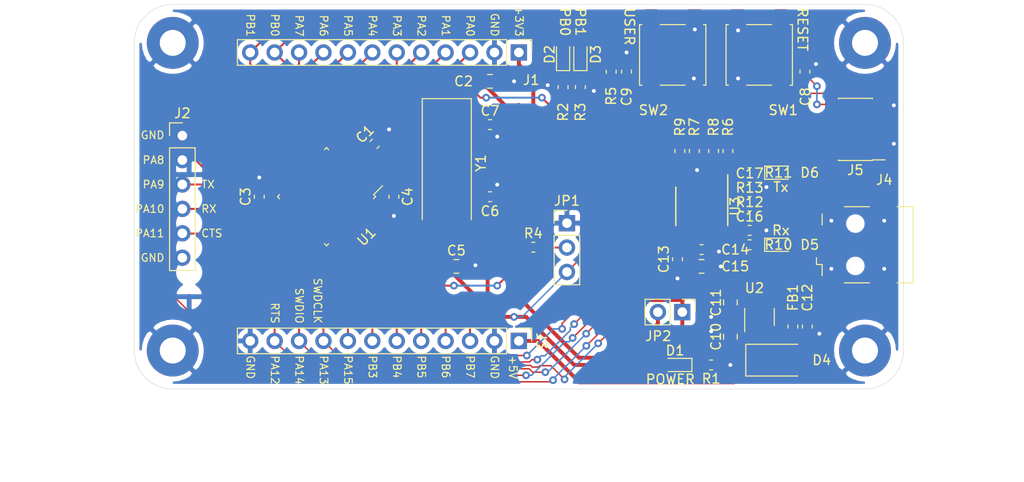
<source format=kicad_pcb>
(kicad_pcb (version 20171130) (host pcbnew 5.1.4)
  (title_block (title "Basic STM32F0 Board") (date 2019-10-13) (rev 0) (company "G. Keeth"))
  (layers (0 F.Cu signal) (31 B.Cu signal) (34 B.Paste user) (35 F.Paste user) (36 B.SilkS user) (37 F.SilkS user) (38 B.Mask user) (39 F.Mask user) (44 Edge.Cuts user))
  (net 0 "")
  (net 1 GND)
  (net 2 VDDA)
  (net 3 VDD)
  (net 4 "Net-(C6-Pad1)")
  (net 5 "Net-(C7-Pad1)")
  (net 6 /stm32f0/NRST)
  (net 7 "Net-(C9-Pad1)")
  (net 8 +5V)
  (net 9 +3V3)
  (net 10 "Net-(C13-Pad2)")
  (net 11 "Net-(D1-Pad1)")
  (net 12 /stm32f0/PB0)
  (net 13 "Net-(D2-Pad1)")
  (net 14 /stm32f0/PB1)
  (net 15 "Net-(D3-Pad1)")
  (net 16 "Net-(D4-Pad2)")
  (net 17 "Net-(D5-Pad1)")
  (net 18 "Net-(D6-Pad1)")
  (net 19 /stm32f0/PA7)
  (net 20 /stm32f0/PA6)
  (net 21 /stm32f0/PA5)
  (net 22 /stm32f0/PA4)
  (net 23 /stm32f0/PA3)
  (net 24 /stm32f0/PA2)
  (net 25 /stm32f0/PA1)
  (net 26 /stm32f0/PA0)
  (net 27 /stm32f0/PA11_USART1_CTS)
  (net 28 /stm32f0/PA10_USART1_RX)
  (net 29 /stm32f0/PA9_USART1_TX)
  (net 30 /stm32f0/PA8)
  (net 31 /stm32f0/PA12_USART1_RTS)
  (net 32 /stm32f0/PA13_SWDIO)
  (net 33 /stm32f0/PA14_SWDCLK)
  (net 34 /stm32f0/PA15)
  (net 35 /stm32f0/PB3)
  (net 36 /stm32f0/PB4)
  (net 37 /stm32f0/PB5)
  (net 38 /stm32f0/PB6)
  (net 39 /stm32f0/PB7)
  (net 40 "Net-(J4-Pad4)")
  (net 41 /usb_uart/USB_DP)
  (net 42 /usb_uart/USB_DM)
  (net 43 "Net-(J5-Pad8)")
  (net 44 "Net-(J5-Pad7)")
  (net 45 "Net-(J5-Pad6)")
  (net 46 "Net-(JP1-Pad2)")
  (net 47 /stm32f0/BOOT0)
  (net 48 /usb_uart/UART_TXD)
  (net 49 /usb_uart/UART_RXD)
  (net 50 /usb_uart/UART_RTS)
  (net 51 /usb_uart/UART_CTS)
  (net 52 "Net-(R10-Pad1)")
  (net 53 "Net-(R11-Pad1)")
  (net 54 "Net-(U2-Pad4)")
  (net 55 "Net-(U3-Pad16)")
  (net 56 "Net-(U3-Pad15)")
  (net 57 "Net-(C12-Pad2)")
  (net 58 "Net-(C16-Pad1)")
  (net 59 "Net-(C17-Pad1)")
  (module Resistor_SMD:R_0603_1608Metric (layer F.Cu) (at 164.6 63.6 90)
    (fp_text reference R2 (at -2.6 0 90) (layer F.SilkS))
    (fp_text value 330)
    (pad 2 smd roundrect (at 0.7875 0 90) (size 0.875 0.95) (layers F.Cu F.Paste F.Mask) (net 13 "Net-(D2-Pad1)"))
    (pad 1 smd roundrect (at -0.7875 0 90) (size 0.875 0.95) (layers F.Cu F.Paste F.Mask) (net 1 GND))
  )
  (module Connector_PinHeader_1.27mm:PinHeader_2x05_P1.27mm_Vertical_SMD (layer F.Cu) (at 195 68 180)
    (fp_text reference J5 (at 0 -4.235) (layer F.SilkS))
    (fp_text value Conn_ARM_JTAG_SWD_10)
    (pad 10 smd rect (at 1.95 2.54 180) (size 2.4 0.74) (layers F.Cu F.Paste F.Mask) (net 6 /stm32f0/NRST))
    (pad 9 smd rect (at -1.95 2.54 180) (size 2.4 0.74) (layers F.Cu F.Paste F.Mask) (net 1 GND))
    (pad 8 smd rect (at 1.95 1.27 180) (size 2.4 0.74) (layers F.Cu F.Paste F.Mask) (net 43 "Net-(J5-Pad8)"))
    (pad 7 smd rect (at -1.95 1.27 180) (size 2.4 0.74) (layers F.Cu F.Paste F.Mask) (net 44 "Net-(J5-Pad7)"))
    (pad 6 smd rect (at 1.95 0 180) (size 2.4 0.74) (layers F.Cu F.Paste F.Mask) (net 45 "Net-(J5-Pad6)"))
    (pad 5 smd rect (at -1.95 0 180) (size 2.4 0.74) (layers F.Cu F.Paste F.Mask) (net 1 GND))
    (pad 4 smd rect (at 1.95 -1.27 180) (size 2.4 0.74) (layers F.Cu F.Paste F.Mask) (net 33 /stm32f0/PA14_SWDCLK))
    (pad 3 smd rect (at -1.95 -1.27 180) (size 2.4 0.74) (layers F.Cu F.Paste F.Mask) (net 1 GND))
    (pad 2 smd rect (at 1.95 -2.54 180) (size 2.4 0.74) (layers F.Cu F.Paste F.Mask) (net 32 /stm32f0/PA13_SWDIO))
    (pad 1 smd rect (at -1.95 -2.54 180) (size 2.4 0.74) (layers F.Cu F.Paste F.Mask) (net 3 VDD))
  )
  (module Package_SO:SSOP-16_3.9x4.9mm_P0.635mm (layer F.Cu) (at 179 76 270)
    (fp_text reference U3 (at 0 -3.5 90) (layer F.SilkS))
    (fp_text value FT230XS)
    (pad 16 smd rect (at 2.6 -2.2225 270) (size 1.2 0.4) (layers F.Cu F.Paste F.Mask) (net 55 "Net-(U3-Pad16)"))
    (pad 15 smd rect (at 2.6 -1.5875 270) (size 1.2 0.4) (layers F.Cu F.Paste F.Mask) (net 56 "Net-(U3-Pad15)"))
    (pad 14 smd rect (at 2.6 -0.9525 270) (size 1.2 0.4) (layers F.Cu F.Paste F.Mask) (net 52 "Net-(R10-Pad1)"))
    (pad 13 smd rect (at 2.6 -0.3175 270) (size 1.2 0.4) (layers F.Cu F.Paste F.Mask) (net 1 GND))
    (pad 12 smd rect (at 2.6 0.3175 270) (size 1.2 0.4) (layers F.Cu F.Paste F.Mask) (net 8 +5V))
    (pad 11 smd rect (at 2.6 0.9525 270) (size 1.2 0.4) (layers F.Cu F.Paste F.Mask) (net 8 +5V))
    (pad 10 smd rect (at 2.6 1.5875 270) (size 1.2 0.4) (layers F.Cu F.Paste F.Mask) (net 10 "Net-(C13-Pad2)"))
    (pad 9 smd rect (at 2.6 2.2225 270) (size 1.2 0.4) (layers F.Cu F.Paste F.Mask) (net 58 "Net-(C16-Pad1)"))
    (pad 8 smd rect (at -2.6 2.2225 270) (size 1.2 0.4) (layers F.Cu F.Paste F.Mask) (net 59 "Net-(C17-Pad1)"))
    (pad 7 smd rect (at -2.6 1.5875 270) (size 1.2 0.4) (layers F.Cu F.Paste F.Mask) (net 53 "Net-(R11-Pad1)"))
    (pad 6 smd rect (at -2.6 0.9525 270) (size 1.2 0.4) (layers F.Cu F.Paste F.Mask) (net 51 /usb_uart/UART_CTS))
    (pad 5 smd rect (at -2.6 0.3175 270) (size 1.2 0.4) (layers F.Cu F.Paste F.Mask) (net 1 GND))
    (pad 4 smd rect (at -2.6 -0.3175 270) (size 1.2 0.4) (layers F.Cu F.Paste F.Mask) (net 49 /usb_uart/UART_RXD))
    (pad 3 smd rect (at -2.6 -0.9525 270) (size 1.2 0.4) (layers F.Cu F.Paste F.Mask) (net 10 "Net-(C13-Pad2)"))
    (pad 2 smd rect (at -2.6 -1.5875 270) (size 1.2 0.4) (layers F.Cu F.Paste F.Mask) (net 50 /usb_uart/UART_RTS))
    (pad 1 smd rect (at -2.6 -2.2225 270) (size 1.2 0.4) (layers F.Cu F.Paste F.Mask) (net 48 /usb_uart/UART_TXD))
  )
  (module Resistor_SMD:R_0603_1608Metric (layer F.Cu) (at 181.75 70.25 90)
    (fp_text reference R6 (at 2.5 0 90) (layer F.SilkS))
    (fp_text value 0)
    (pad 2 smd roundrect (at 0.7875 0 90) (size 0.875 0.95) (layers F.Cu F.Paste F.Mask) (net 28 /stm32f0/PA10_USART1_RX))
    (pad 1 smd roundrect (at -0.7875 0 90) (size 0.875 0.95) (layers F.Cu F.Paste F.Mask) (net 48 /usb_uart/UART_TXD))
  )
  (module Resistor_SMD:R_0603_1608Metric (layer F.Cu) (at 184 75.5)
    (fp_text reference R13 (at 0 -1.43) (layer F.SilkS))
    (fp_text value 27)
    (pad 2 smd roundrect (at 0.7875 0) (size 0.875 0.95) (layers F.Cu F.Paste F.Mask) (net 41 /usb_uart/USB_DP))
    (pad 1 smd roundrect (at -0.7875 0) (size 0.875 0.95) (layers F.Cu F.Paste F.Mask) (net 59 "Net-(C17-Pad1)"))
  )
  (module Resistor_SMD:R_0603_1608Metric (layer F.Cu) (at 184 77)
    (fp_text reference R12 (at 0 -1.43) (layer F.SilkS))
    (fp_text value 27)
    (pad 2 smd roundrect (at 0.7875 0) (size 0.875 0.95) (layers F.Cu F.Paste F.Mask) (net 42 /usb_uart/USB_DM))
    (pad 1 smd roundrect (at -0.7875 0) (size 0.875 0.95) (layers F.Cu F.Paste F.Mask) (net 58 "Net-(C16-Pad1)"))
  )
  (module Capacitor_SMD:C_0603_1608Metric (layer F.Cu) (at 184 74)
    (fp_text reference C17 (at 0 -1.43) (layer F.SilkS))
    (fp_text value 47pF)
    (pad 2 smd roundrect (at 0.7875 0) (size 0.875 0.95) (layers F.Cu F.Paste F.Mask) (net 1 GND))
    (pad 1 smd roundrect (at -0.7875 0) (size 0.875 0.95) (layers F.Cu F.Paste F.Mask) (net 59 "Net-(C17-Pad1)"))
  )
  (module Capacitor_SMD:C_0603_1608Metric (layer F.Cu) (at 184 78.5)
    (fp_text reference C16 (at 0 -1.43) (layer F.SilkS))
    (fp_text value 47pF)
    (pad 2 smd roundrect (at 0.7875 0) (size 0.875 0.95) (layers F.Cu F.Paste F.Mask) (net 1 GND))
    (pad 1 smd roundrect (at -0.7875 0) (size 0.875 0.95) (layers F.Cu F.Paste F.Mask) (net 58 "Net-(C16-Pad1)"))
  )
  (module Connector_PinHeader_2.54mm:PinHeader_1x03_P2.54mm_Vertical (layer F.Cu) (at 165 77.75)
    (fp_text reference JP1 (at 0 -2.33) (layer F.SilkS))
    (fp_text value Jumper_3_Bridged12)
    (pad 3 thru_hole oval (at 0 5.08) (size 1.7 1.7) (drill 1) (layers *.Cu *.Mask) (net 3 VDD))
    (pad 2 thru_hole oval (at 0 2.54) (size 1.7 1.7) (drill 1) (layers *.Cu *.Mask) (net 46 "Net-(JP1-Pad2)"))
    (pad 1 thru_hole rect (at 0 0) (size 1.7 1.7) (drill 1) (layers *.Cu *.Mask) (net 1 GND))
  )
  (module MountingHole:MountingHole_2.7mm_M2.5_Pad (layer F.Cu) (at 124 59)
    (fp_text reference H4 hide)
    (fp_text value MountingHole_Pad)
    (pad 1 thru_hole circle (at 0 0) (size 5.4 5.4) (drill 2.7) (layers *.Cu *.Mask) (net 1 GND))
  )
  (module MountingHole:MountingHole_2.7mm_M2.5_Pad (layer F.Cu) (at 124 91)
    (fp_text reference H3 hide)
    (fp_text value MountingHole_Pad)
    (pad 1 thru_hole circle (at 0 0) (size 5.4 5.4) (drill 2.7) (layers *.Cu *.Mask) (net 1 GND))
  )
  (module MountingHole:MountingHole_2.7mm_M2.5_Pad (layer F.Cu) (at 196 91)
    (fp_text reference H2 hide)
    (fp_text value MountingHole_Pad)
    (pad 1 thru_hole circle (at 0 0) (size 5.4 5.4) (drill 2.7) (layers *.Cu *.Mask) (net 1 GND))
  )
  (module MountingHole:MountingHole_2.7mm_M2.5_Pad (layer F.Cu) (at 196 59)
    (fp_text reference H1 hide)
    (fp_text value MountingHole_Pad)
    (pad 1 thru_hole circle (at 0 0) (size 5.4 5.4) (drill 2.7) (layers *.Cu *.Mask) (net 1 GND))
  )
  (module Inductor_SMD:L_0603_1608Metric (layer F.Cu) (at 188.5 88.5 90)
    (fp_text reference FB1 (at 3 0 90) (layer F.SilkS))
    (fp_text value Ferrite_Bead)
    (pad 2 smd roundrect (at 0.7875 0 90) (size 0.875 0.95) (layers F.Cu F.Paste F.Mask) (net 57 "Net-(C12-Pad2)"))
    (pad 1 smd roundrect (at -0.7875 0 90) (size 0.875 0.95) (layers F.Cu F.Paste F.Mask) (net 16 "Net-(D4-Pad2)"))
  )
  (module Capacitor_SMD:C_0805_2012Metric (layer F.Cu) (at 179 82.25)
    (fp_text reference C15 (at 3.5 0) (layer F.SilkS))
    (fp_text value 4.7u)
    (pad 2 smd roundrect (at 0.9375 0) (size 0.975 1.4) (layers F.Cu F.Paste F.Mask) (net 1 GND))
    (pad 1 smd roundrect (at -0.9375 0) (size 0.975 1.4) (layers F.Cu F.Paste F.Mask) (net 8 +5V))
  )
  (module Capacitor_SMD:C_0603_1608Metric (layer F.Cu) (at 179 80.5 180)
    (fp_text reference C14 (at -3.5 0) (layer F.SilkS))
    (fp_text value 100n)
    (pad 2 smd roundrect (at 0.7875 0 180) (size 0.875 0.95) (layers F.Cu F.Paste F.Mask) (net 8 +5V))
    (pad 1 smd roundrect (at -0.7875 0 180) (size 0.875 0.95) (layers F.Cu F.Paste F.Mask) (net 1 GND))
  )
  (module Capacitor_SMD:C_0603_1608Metric (layer F.Cu) (at 190 88.5 90)
    (fp_text reference C12 (at 3 0 90) (layer F.SilkS))
    (fp_text value 10n)
    (pad 2 smd roundrect (at 0.7875 0 90) (size 0.875 0.95) (layers F.Cu F.Paste F.Mask) (net 57 "Net-(C12-Pad2)"))
    (pad 1 smd roundrect (at -0.7875 0 90) (size 0.875 0.95) (layers F.Cu F.Paste F.Mask) (net 1 GND))
  )
  (module Crystal:Crystal_SMD_HC49-SD (layer F.Cu) (at 152.5 71.5 270)
    (fp_text reference Y1 (at 0 -3.55 90) (layer F.SilkS))
    (fp_text value 8MHz)
    (pad 2 smd rect (at 4.25 0 270) (size 4.5 2) (layers F.Cu F.Paste F.Mask) (net 4 "Net-(C6-Pad1)"))
    (pad 1 smd rect (at -4.25 0 270) (size 4.5 2) (layers F.Cu F.Paste F.Mask) (net 5 "Net-(C7-Pad1)"))
  )
  (module Package_TO_SOT_SMD:TSOT-23-5 (layer F.Cu) (at 185 87.5 90)
    (fp_text reference U2 (at 3 -0.5 180) (layer F.SilkS))
    (fp_text value ADP121-AUJZ33R7)
    (pad 5 smd rect (at 1.31 -0.95 90) (size 1.22 0.65) (layers F.Cu F.Paste F.Mask) (net 9 +3V3))
    (pad 4 smd rect (at 1.31 0.95 90) (size 1.22 0.65) (layers F.Cu F.Paste F.Mask) (net 54 "Net-(U2-Pad4)"))
    (pad 3 smd rect (at -1.31 0.95 90) (size 1.22 0.65) (layers F.Cu F.Paste F.Mask) (net 8 +5V))
    (pad 2 smd rect (at -1.31 0 90) (size 1.22 0.65) (layers F.Cu F.Paste F.Mask) (net 1 GND))
    (pad 1 smd rect (at -1.31 -0.95 90) (size 1.22 0.65) (layers F.Cu F.Paste F.Mask) (net 8 +5V))
  )
  (module Package_QFP:LQFP-32_7x7mm_P0.8mm (layer F.Cu) (at 140 75 225)
    (fp_text reference U1 (at 0 -5.88 45) (layer F.SilkS))
    (fp_text value STM32F031K6Tx)
    (pad 32 smd roundrect (at -2.8 -4.175 225) (size 0.5 1.5) (layers F.Cu F.Paste F.Mask) (net 1 GND))
    (pad 31 smd roundrect (at -2 -4.175 225) (size 0.5 1.5) (layers F.Cu F.Paste F.Mask) (net 47 /stm32f0/BOOT0))
    (pad 30 smd roundrect (at -1.2 -4.175 225) (size 0.5 1.5) (layers F.Cu F.Paste F.Mask) (net 39 /stm32f0/PB7))
    (pad 29 smd roundrect (at -0.4 -4.175 225) (size 0.5 1.5) (layers F.Cu F.Paste F.Mask) (net 38 /stm32f0/PB6))
    (pad 28 smd roundrect (at 0.4 -4.175 225) (size 0.5 1.5) (layers F.Cu F.Paste F.Mask) (net 37 /stm32f0/PB5))
    (pad 27 smd roundrect (at 1.2 -4.175 225) (size 0.5 1.5) (layers F.Cu F.Paste F.Mask) (net 36 /stm32f0/PB4))
    (pad 26 smd roundrect (at 2 -4.175 225) (size 0.5 1.5) (layers F.Cu F.Paste F.Mask) (net 35 /stm32f0/PB3))
    (pad 25 smd roundrect (at 2.8 -4.175 225) (size 0.5 1.5) (layers F.Cu F.Paste F.Mask) (net 34 /stm32f0/PA15))
    (pad 24 smd roundrect (at 4.175 -2.8 225) (size 1.5 0.5) (layers F.Cu F.Paste F.Mask) (net 33 /stm32f0/PA14_SWDCLK))
    (pad 23 smd roundrect (at 4.175 -2 225) (size 1.5 0.5) (layers F.Cu F.Paste F.Mask) (net 32 /stm32f0/PA13_SWDIO))
    (pad 22 smd roundrect (at 4.175 -1.2 225) (size 1.5 0.5) (layers F.Cu F.Paste F.Mask) (net 31 /stm32f0/PA12_USART1_RTS))
    (pad 21 smd roundrect (at 4.175 -0.4 225) (size 1.5 0.5) (layers F.Cu F.Paste F.Mask) (net 27 /stm32f0/PA11_USART1_CTS))
    (pad 20 smd roundrect (at 4.175 0.4 225) (size 1.5 0.5) (layers F.Cu F.Paste F.Mask) (net 28 /stm32f0/PA10_USART1_RX))
    (pad 19 smd roundrect (at 4.175 1.2 225) (size 1.5 0.5) (layers F.Cu F.Paste F.Mask) (net 29 /stm32f0/PA9_USART1_TX))
    (pad 18 smd roundrect (at 4.175 2 225) (size 1.5 0.5) (layers F.Cu F.Paste F.Mask) (net 30 /stm32f0/PA8))
    (pad 17 smd roundrect (at 4.175 2.8 225) (size 1.5 0.5) (layers F.Cu F.Paste F.Mask) (net 3 VDD))
    (pad 16 smd roundrect (at 2.8 4.175 225) (size 0.5 1.5) (layers F.Cu F.Paste F.Mask) (net 1 GND))
    (pad 15 smd roundrect (at 2 4.175 225) (size 0.5 1.5) (layers F.Cu F.Paste F.Mask) (net 14 /stm32f0/PB1))
    (pad 14 smd roundrect (at 1.2 4.175 225) (size 0.5 1.5) (layers F.Cu F.Paste F.Mask) (net 12 /stm32f0/PB0))
    (pad 13 smd roundrect (at 0.4 4.175 225) (size 0.5 1.5) (layers F.Cu F.Paste F.Mask) (net 19 /stm32f0/PA7))
    (pad 12 smd roundrect (at -0.4 4.175 225) (size 0.5 1.5) (layers F.Cu F.Paste F.Mask) (net 20 /stm32f0/PA6))
    (pad 11 smd roundrect (at -1.2 4.175 225) (size 0.5 1.5) (layers F.Cu F.Paste F.Mask) (net 21 /stm32f0/PA5))
    (pad 10 smd roundrect (at -2 4.175 225) (size 0.5 1.5) (layers F.Cu F.Paste F.Mask) (net 22 /stm32f0/PA4))
    (pad 9 smd roundrect (at -2.8 4.175 225) (size 0.5 1.5) (layers F.Cu F.Paste F.Mask) (net 23 /stm32f0/PA3))
    (pad 8 smd roundrect (at -4.175 2.8 225) (size 1.5 0.5) (layers F.Cu F.Paste F.Mask) (net 24 /stm32f0/PA2))
    (pad 7 smd roundrect (at -4.175 2 225) (size 1.5 0.5) (layers F.Cu F.Paste F.Mask) (net 25 /stm32f0/PA1))
    (pad 6 smd roundrect (at -4.175 1.2 225) (size 1.5 0.5) (layers F.Cu F.Paste F.Mask) (net 26 /stm32f0/PA0))
    (pad 5 smd roundrect (at -4.175 0.4 225) (size 1.5 0.5) (layers F.Cu F.Paste F.Mask) (net 2 VDDA))
    (pad 4 smd roundrect (at -4.175 -0.4 225) (size 1.5 0.5) (layers F.Cu F.Paste F.Mask) (net 6 /stm32f0/NRST))
    (pad 3 smd roundrect (at -4.175 -1.2 225) (size 1.5 0.5) (layers F.Cu F.Paste F.Mask) (net 5 "Net-(C7-Pad1)"))
    (pad 2 smd roundrect (at -4.175 -2 225) (size 1.5 0.5) (layers F.Cu F.Paste F.Mask) (net 4 "Net-(C6-Pad1)"))
    (pad 1 smd roundrect (at -4.175 -2.8 225) (size 1.5 0.5) (layers F.Cu F.Paste F.Mask) (net 3 VDD))
  )
  (module Button_Switch_SMD:SW_SPST_B3S-1000 (layer F.Cu) (at 176 60.25 270)
    (fp_text reference SW2 (at 5.75 2) (layer F.SilkS))
    (fp_text value B3S-1000P)
    (fp_text user USER (at -5 4.5 270 unlocked) (layer F.SilkS) (effects (justify left)))
    (pad 2 smd rect (at 3.975 2.25 270) (size 1.55 1.3) (layers F.Cu F.Paste F.Mask) (net 7 "Net-(C9-Pad1)"))
    (pad 2 smd rect (at -3.975 2.25 270) (size 1.55 1.3) (layers F.Cu F.Paste F.Mask) (net 7 "Net-(C9-Pad1)"))
    (pad 1 smd rect (at 3.975 -2.25 270) (size 1.55 1.3) (layers F.Cu F.Paste F.Mask) (net 1 GND))
    (pad 1 smd rect (at -3.975 -2.25 270) (size 1.55 1.3) (layers F.Cu F.Paste F.Mask) (net 1 GND))
  )
  (module Button_Switch_SMD:SW_SPST_B3S-1000 (layer F.Cu) (at 185 60.25 90)
    (fp_text reference SW1 (at -5.75 2.5 180) (layer F.SilkS))
    (fp_text value B3S-1000P)
    (fp_text user RESET (at 5 4.5 270 unlocked) (layer F.SilkS) (effects (justify left)))
    (pad 2 smd rect (at 3.975 2.25 90) (size 1.55 1.3) (layers F.Cu F.Paste F.Mask) (net 6 /stm32f0/NRST))
    (pad 2 smd rect (at -3.975 2.25 90) (size 1.55 1.3) (layers F.Cu F.Paste F.Mask) (net 6 /stm32f0/NRST))
    (pad 1 smd rect (at 3.975 -2.25 90) (size 1.55 1.3) (layers F.Cu F.Paste F.Mask) (net 1 GND))
    (pad 1 smd rect (at -3.975 -2.25 90) (size 1.55 1.3) (layers F.Cu F.Paste F.Mask) (net 1 GND))
  )
  (module Resistor_SMD:R_0603_1608Metric (layer F.Cu) (at 184 72.5)
    (fp_text reference R11 (at 3 0) (layer F.SilkS))
    (fp_text value 330)
    (pad 2 smd roundrect (at 0.7875 0) (size 0.875 0.95) (layers F.Cu F.Paste F.Mask) (net 18 "Net-(D6-Pad1)"))
    (pad 1 smd roundrect (at -0.7875 0) (size 0.875 0.95) (layers F.Cu F.Paste F.Mask) (net 53 "Net-(R11-Pad1)"))
  )
  (module Resistor_SMD:R_0603_1608Metric (layer F.Cu) (at 184 80)
    (fp_text reference R10 (at 3 0) (layer F.SilkS))
    (fp_text value 330)
    (pad 2 smd roundrect (at 0.7875 0) (size 0.875 0.95) (layers F.Cu F.Paste F.Mask) (net 17 "Net-(D5-Pad1)"))
    (pad 1 smd roundrect (at -0.7875 0) (size 0.875 0.95) (layers F.Cu F.Paste F.Mask) (net 52 "Net-(R10-Pad1)"))
  )
  (module Resistor_SMD:R_0603_1608Metric (layer F.Cu) (at 176.75 70.25 90)
    (fp_text reference R9 (at 2.5 0 90) (layer F.SilkS))
    (fp_text value 0)
    (pad 2 smd roundrect (at 0.7875 0 90) (size 0.875 0.95) (layers F.Cu F.Paste F.Mask) (net 31 /stm32f0/PA12_USART1_RTS))
    (pad 1 smd roundrect (at -0.7875 0 90) (size 0.875 0.95) (layers F.Cu F.Paste F.Mask) (net 51 /usb_uart/UART_CTS))
  )
  (module Resistor_SMD:R_0603_1608Metric (layer F.Cu) (at 180.25 70.25 90)
    (fp_text reference R8 (at 2.5 0 90) (layer F.SilkS))
    (fp_text value 0)
    (pad 2 smd roundrect (at 0.7875 0 90) (size 0.875 0.95) (layers F.Cu F.Paste F.Mask) (net 27 /stm32f0/PA11_USART1_CTS))
    (pad 1 smd roundrect (at -0.7875 0 90) (size 0.875 0.95) (layers F.Cu F.Paste F.Mask) (net 50 /usb_uart/UART_RTS))
  )
  (module Resistor_SMD:R_0603_1608Metric (layer F.Cu) (at 178.25 70.25 90)
    (fp_text reference R7 (at 2.5 0 90) (layer F.SilkS))
    (fp_text value 0)
    (pad 2 smd roundrect (at 0.7875 0 90) (size 0.875 0.95) (layers F.Cu F.Paste F.Mask) (net 29 /stm32f0/PA9_USART1_TX))
    (pad 1 smd roundrect (at -0.7875 0 90) (size 0.875 0.95) (layers F.Cu F.Paste F.Mask) (net 49 /usb_uart/UART_RXD))
  )
  (module Resistor_SMD:R_0603_1608Metric (layer F.Cu) (at 169.6 62 90)
    (fp_text reference R5 (at -2.54 0 90) (layer F.SilkS))
    (fp_text value 0)
    (pad 2 smd roundrect (at 0.7875 0 90) (size 0.875 0.95) (layers F.Cu F.Paste F.Mask) (net 30 /stm32f0/PA8))
    (pad 1 smd roundrect (at -0.7875 0 90) (size 0.875 0.95) (layers F.Cu F.Paste F.Mask) (net 7 "Net-(C9-Pad1)"))
  )
  (module Resistor_SMD:R_0603_1608Metric (layer F.Cu) (at 161.5 80.25)
    (fp_text reference R4 (at 0 -1.43) (layer F.SilkS))
    (fp_text value 10k)
    (pad 2 smd roundrect (at 0.7875 0) (size 0.875 0.95) (layers F.Cu F.Paste F.Mask) (net 46 "Net-(JP1-Pad2)"))
    (pad 1 smd roundrect (at -0.7875 0) (size 0.875 0.95) (layers F.Cu F.Paste F.Mask) (net 47 /stm32f0/BOOT0))
  )
  (module Resistor_SMD:R_0603_1608Metric (layer F.Cu) (at 166.4 63.6 90)
    (fp_text reference R3 (at -2.6 0 90) (layer F.SilkS))
    (fp_text value 660)
    (pad 2 smd roundrect (at 0.7875 0 90) (size 0.875 0.95) (layers F.Cu F.Paste F.Mask) (net 15 "Net-(D3-Pad1)"))
    (pad 1 smd roundrect (at -0.7875 0 90) (size 0.875 0.95) (layers F.Cu F.Paste F.Mask) (net 1 GND))
  )
  (module Resistor_SMD:R_0603_1608Metric (layer F.Cu) (at 180 92.5 180)
    (fp_text reference R1 (at 0 -1.43) (layer F.SilkS))
    (fp_text value 1k)
    (pad 2 smd roundrect (at 0.7875 0 180) (size 0.875 0.95) (layers F.Cu F.Paste F.Mask) (net 11 "Net-(D1-Pad1)"))
    (pad 1 smd roundrect (at -0.7875 0 180) (size 0.875 0.95) (layers F.Cu F.Paste F.Mask) (net 1 GND))
  )
  (module NetTie:NetTie-2_SMD_Pad0.5mm (layer F.Cu) (at 160 66 90)
    (fp_text reference NT1 hide)
    (fp_text value Net-Tie_2)
    (fp_poly (pts (xy -0.5 -0.25) (xy 0.5 -0.25) (xy 0.5 0.25) (xy -0.5 0.25)) (layer F.Cu) (width 0))
    (pad 2 smd circle (at 0.5 0 90) (size 0.5 0.5) (layers F.Cu) (net 2 VDDA))
    (pad 1 smd circle (at -0.5 0 90) (size 0.5 0.5) (layers F.Cu) (net 3 VDD))
  )
  (module Connector_PinHeader_2.54mm:PinHeader_1x02_P2.54mm_Vertical (layer F.Cu) (at 177 87 270)
    (fp_text reference JP2 (at 2.5 2.5 180) (layer F.SilkS))
    (fp_text value Jumper_2_Bridged)
    (pad 2 thru_hole oval (at 0 2.54 270) (size 1.7 1.7) (drill 1) (layers *.Cu *.Mask) (net 3 VDD))
    (pad 1 thru_hole rect (at 0 0 270) (size 1.7 1.7) (drill 1) (layers *.Cu *.Mask) (net 9 +3V3))
  )
  (module Connector_USB:USB_Mini-B_Wuerth_65100516121_Horizontal (layer F.Cu) (at 195 80 90)
    (fp_text reference J4 (at 6.75 3 180) (layer F.SilkS))
    (fp_text value USB_B_Mini)
    (pad "" np_thru_hole circle (at 2.2 0 90) (size 0.9 0.9) (drill 0.9) (layers *.Cu *.Mask))
    (pad "" np_thru_hole circle (at -2.2 0 90) (size 0.9 0.9) (drill 0.9) (layers *.Cu *.Mask))
    (pad 5 smd rect (at 1.6 -2.6 90) (size 0.5 2.5) (layers F.Cu F.Paste F.Mask) (net 1 GND))
    (pad 4 smd rect (at 0.8 -2.6 90) (size 0.5 2.5) (layers F.Cu F.Paste F.Mask) (net 40 "Net-(J4-Pad4)"))
    (pad 3 smd rect (at 0 -2.6 90) (size 0.5 2.5) (layers F.Cu F.Paste F.Mask) (net 41 /usb_uart/USB_DP))
    (pad 2 smd rect (at -0.8 -2.6 90) (size 0.5 2.5) (layers F.Cu F.Paste F.Mask) (net 42 /usb_uart/USB_DM))
    (pad 1 smd rect (at -1.6 -2.6 90) (size 0.5 2.5) (layers F.Cu F.Paste F.Mask) (net 57 "Net-(C12-Pad2)"))
    (pad 6 smd rect (at 4.4 -2.6 90) (size 2 2.5) (layers F.Cu F.Paste F.Mask) (net 1 GND))
    (pad 6 smd rect (at -4.4 -2.6 90) (size 2 2.5) (layers F.Cu F.Paste F.Mask) (net 1 GND))
    (pad 6 smd rect (at 4.4 2.9 90) (size 2 2.5) (layers F.Cu F.Paste F.Mask) (net 1 GND))
    (pad 6 smd rect (at -4.4 2.9 90) (size 2 2.5) (layers F.Cu F.Paste F.Mask) (net 1 GND))
  )
  (module Connector_PinHeader_2.54mm:PinHeader_1x12_P2.54mm_Vertical (layer F.Cu) (at 160 90 270)
    (fp_text reference J3 (at 0 -2.33 270 unlocked) (layer F.SilkS))
    (fp_text value Conn_01x12_Male)
    (fp_text user GND (at 1.44 2.52 270 unlocked) (layer F.SilkS) (effects (font (size 0.8 0.8) (thickness 0.12)) (justify left)))
    (fp_text user PA12 (at 1.44 25.38 270 unlocked) (layer F.SilkS) (effects (font (size 0.8 0.8) (thickness 0.12)) (justify left)))
    (fp_text user PA13 (at 1.44 20.3 270 unlocked) (layer F.SilkS) (effects (font (size 0.8 0.8) (thickness 0.12)) (justify left)))
    (fp_text user PA14 (at 1.44 22.84 270 unlocked) (layer F.SilkS) (effects (font (size 0.8 0.8) (thickness 0.12)) (justify left)))
    (fp_text user PA15 (at 1.44 17.76 270 unlocked) (layer F.SilkS) (effects (font (size 0.8 0.8) (thickness 0.12)) (justify left)))
    (fp_text user PB3 (at 1.44 15.22 270 unlocked) (layer F.SilkS) (effects (font (size 0.8 0.8) (thickness 0.12)) (justify left)))
    (fp_text user PB4 (at 1.44 12.68 270 unlocked) (layer F.SilkS) (effects (font (size 0.8 0.8) (thickness 0.12)) (justify left)))
    (fp_text user PB5 (at 1.44 10.14 270 unlocked) (layer F.SilkS) (effects (font (size 0.8 0.8) (thickness 0.12)) (justify left)))
    (fp_text user PB6 (at 1.44 7.6 270 unlocked) (layer F.SilkS) (effects (font (size 0.8 0.8) (thickness 0.12)) (justify left)))
    (fp_text user PB7 (at 1.44 5.06 270 unlocked) (layer F.SilkS) (effects (font (size 0.8 0.8) (thickness 0.12)) (justify left)))
    (fp_text user GND (at 1.44 27.92 270 unlocked) (layer F.SilkS) (effects (font (size 0.8 0.8) (thickness 0.12)) (justify left)))
    (fp_text user +5V (at 1.44 0.615 270 unlocked) (layer F.SilkS) (effects (font (size 0.8 0.8) (thickness 0.12)) (justify left)))
    (fp_text user RTS (at -1.735 25.38 270 unlocked) (layer F.SilkS) (effects (font (size 0.8 0.8) (thickness 0.12)) (justify right)))
    (fp_text user SWDIO (at -1.735 22.84 270 unlocked) (layer F.SilkS) (effects (font (size 0.8 0.8) (thickness 0.12)) (justify right)))
    (fp_text user SWDCLK (at -1.735 20.935 270 unlocked) (layer F.SilkS) (effects (font (size 0.8 0.8) (thickness 0.12)) (justify right)))
    (pad 1 thru_hole rect (at 0 0 270) (size 1.7 1.7) (drill 1) (layers *.Cu *.Mask) (net 8 +5V))
    (pad 2 thru_hole oval (at 0 2.54 270) (size 1.7 1.7) (drill 1) (layers *.Cu *.Mask) (net 1 GND))
    (pad 3 thru_hole oval (at 0 5.08 270) (size 1.7 1.7) (drill 1) (layers *.Cu *.Mask) (net 39 /stm32f0/PB7))
    (pad 4 thru_hole oval (at 0 7.62 270) (size 1.7 1.7) (drill 1) (layers *.Cu *.Mask) (net 38 /stm32f0/PB6))
    (pad 5 thru_hole oval (at 0 10.16 270) (size 1.7 1.7) (drill 1) (layers *.Cu *.Mask) (net 37 /stm32f0/PB5))
    (pad 6 thru_hole oval (at 0 12.7 270) (size 1.7 1.7) (drill 1) (layers *.Cu *.Mask) (net 36 /stm32f0/PB4))
    (pad 7 thru_hole oval (at 0 15.24 270) (size 1.7 1.7) (drill 1) (layers *.Cu *.Mask) (net 35 /stm32f0/PB3))
    (pad 8 thru_hole oval (at 0 17.78 270) (size 1.7 1.7) (drill 1) (layers *.Cu *.Mask) (net 34 /stm32f0/PA15))
    (pad 9 thru_hole oval (at 0 20.32 270) (size 1.7 1.7) (drill 1) (layers *.Cu *.Mask) (net 33 /stm32f0/PA14_SWDCLK))
    (pad 10 thru_hole oval (at 0 22.86 270) (size 1.7 1.7) (drill 1) (layers *.Cu *.Mask) (net 32 /stm32f0/PA13_SWDIO))
    (pad 11 thru_hole oval (at 0 25.4 270) (size 1.7 1.7) (drill 1) (layers *.Cu *.Mask) (net 31 /stm32f0/PA12_USART1_RTS))
    (pad 12 thru_hole oval (at 0 27.94 270) (size 1.7 1.7) (drill 1) (layers *.Cu *.Mask) (net 1 GND))
  )
  (module Connector_PinHeader_2.54mm:PinHeader_1x06_P2.54mm_Vertical (layer F.Cu) (at 125 68.65)
    (fp_text reference J2 (at 0 -2.33) (layer F.SilkS))
    (fp_text value Conn_01x06_Male)
    (fp_text user GND (at -1.8 -0.05) (layer F.SilkS) (effects (font (size 0.8 0.8) (thickness 0.12)) (justify right)))
    (fp_text user PA8 (at -1.8 2.54) (layer F.SilkS) (effects (font (size 0.8 0.8) (thickness 0.12)) (justify right)))
    (fp_text user PA9 (at -1.8 5.08) (layer F.SilkS) (effects (font (size 0.8 0.8) (thickness 0.12)) (justify right)))
    (fp_text user PA10 (at -1.8 7.62) (layer F.SilkS) (effects (font (size 0.8 0.8) (thickness 0.12)) (justify right)))
    (fp_text user PA11 (at -1.8 10.16) (layer F.SilkS) (effects (font (size 0.8 0.8) (thickness 0.12)) (justify right)))
    (fp_text user GND (at -1.8 12.7) (layer F.SilkS) (effects (font (size 0.8 0.8) (thickness 0.12)) (justify right)))
    (fp_text user TX (at 1.905 5.08) (layer F.SilkS) (effects (font (size 0.8 0.8) (thickness 0.12)) (justify left)))
    (fp_text user RX (at 1.905 7.62) (layer F.SilkS) (effects (font (size 0.8 0.8) (thickness 0.12)) (justify left)))
    (fp_text user CTS (at 1.905 10.16) (layer F.SilkS) (effects (font (size 0.8 0.8) (thickness 0.12)) (justify left)))
    (pad 6 thru_hole oval (at 0 12.7) (size 1.7 1.7) (drill 1) (layers *.Cu *.Mask) (net 1 GND))
    (pad 5 thru_hole oval (at 0 10.16) (size 1.7 1.7) (drill 1) (layers *.Cu *.Mask) (net 27 /stm32f0/PA11_USART1_CTS))
    (pad 4 thru_hole oval (at 0 7.62) (size 1.7 1.7) (drill 1) (layers *.Cu *.Mask) (net 28 /stm32f0/PA10_USART1_RX))
    (pad 3 thru_hole oval (at 0 5.08) (size 1.7 1.7) (drill 1) (layers *.Cu *.Mask) (net 29 /stm32f0/PA9_USART1_TX))
    (pad 2 thru_hole oval (at 0 2.54) (size 1.7 1.7) (drill 1) (layers *.Cu *.Mask) (net 30 /stm32f0/PA8))
    (pad 1 thru_hole rect (at 0 0) (size 1.7 1.7) (drill 1) (layers *.Cu *.Mask) (net 1 GND))
  )
  (module Connector_PinHeader_2.54mm:PinHeader_1x12_P2.54mm_Vertical (layer F.Cu) (at 160 60 270)
    (fp_text reference J1 (at 2.865 -1.29 180) (layer F.SilkS))
    (fp_text value Conn_01x12_Male)
    (fp_text user +3V3 (at -1.58 -0.02 270 unlocked) (layer F.SilkS) (effects (font (size 0.8 0.8) (thickness 0.12)) (justify right)))
    (fp_text user GND (at -1.58 2.52 270 unlocked) (layer F.SilkS) (effects (font (size 0.8 0.8) (thickness 0.12)) (justify right)))
    (fp_text user PA0 (at -1.58 5.06 270 unlocked) (layer F.SilkS) (effects (font (size 0.8 0.8) (thickness 0.12)) (justify right)))
    (fp_text user PA1 (at -1.58 7.6 270 unlocked) (layer F.SilkS) (effects (font (size 0.8 0.8) (thickness 0.12)) (justify right)))
    (fp_text user PA2 (at -1.58 10.14 270 unlocked) (layer F.SilkS) (effects (font (size 0.8 0.8) (thickness 0.12)) (justify right)))
    (fp_text user PA3 (at -1.58 12.68 270 unlocked) (layer F.SilkS) (effects (font (size 0.8 0.8) (thickness 0.12)) (justify right)))
    (fp_text user PA4 (at -1.58 15.22 270 unlocked) (layer F.SilkS) (effects (font (size 0.8 0.8) (thickness 0.12)) (justify right)))
    (fp_text user PA5 (at -1.58 17.76 270 unlocked) (layer F.SilkS) (effects (font (size 0.8 0.8) (thickness 0.12)) (justify right)))
    (fp_text user PA6 (at -1.58 20.3 270 unlocked) (layer F.SilkS) (effects (font (size 0.8 0.8) (thickness 0.12)) (justify right)))
    (fp_text user PA7 (at -1.58 22.84 270 unlocked) (layer F.SilkS) (effects (font (size 0.8 0.8) (thickness 0.12)) (justify right)))
    (fp_text user PB0 (at -1.58 25.38 270 unlocked) (layer F.SilkS) (effects (font (size 0.8 0.8) (thickness 0.12)) (justify right)))
    (fp_text user PB1 (at -1.58 27.92 270 unlocked) (layer F.SilkS) (effects (font (size 0.8 0.8) (thickness 0.12)) (justify right)))
    (pad 12 thru_hole oval (at 0 27.94 270) (size 1.7 1.7) (drill 1) (layers *.Cu *.Mask) (net 14 /stm32f0/PB1))
    (pad 11 thru_hole oval (at 0 25.4 270) (size 1.7 1.7) (drill 1) (layers *.Cu *.Mask) (net 12 /stm32f0/PB0))
    (pad 10 thru_hole oval (at 0 22.86 270) (size 1.7 1.7) (drill 1) (layers *.Cu *.Mask) (net 19 /stm32f0/PA7))
    (pad 9 thru_hole oval (at 0 20.32 270) (size 1.7 1.7) (drill 1) (layers *.Cu *.Mask) (net 20 /stm32f0/PA6))
    (pad 8 thru_hole oval (at 0 17.78 270) (size 1.7 1.7) (drill 1) (layers *.Cu *.Mask) (net 21 /stm32f0/PA5))
    (pad 7 thru_hole oval (at 0 15.24 270) (size 1.7 1.7) (drill 1) (layers *.Cu *.Mask) (net 22 /stm32f0/PA4))
    (pad 6 thru_hole oval (at 0 12.7 270) (size 1.7 1.7) (drill 1) (layers *.Cu *.Mask) (net 23 /stm32f0/PA3))
    (pad 5 thru_hole oval (at 0 10.16 270) (size 1.7 1.7) (drill 1) (layers *.Cu *.Mask) (net 24 /stm32f0/PA2))
    (pad 4 thru_hole oval (at 0 7.62 270) (size 1.7 1.7) (drill 1) (layers *.Cu *.Mask) (net 25 /stm32f0/PA1))
    (pad 3 thru_hole oval (at 0 5.08 270) (size 1.7 1.7) (drill 1) (layers *.Cu *.Mask) (net 26 /stm32f0/PA0))
    (pad 2 thru_hole oval (at 0 2.54 270) (size 1.7 1.7) (drill 1) (layers *.Cu *.Mask) (net 1 GND))
    (pad 1 thru_hole rect (at 0 0 270) (size 1.7 1.7) (drill 1) (layers *.Cu *.Mask) (net 9 +3V3))
  )
  (module LED_SMD:LED_0603_1608Metric_Castellated (layer F.Cu) (at 187.25 72.5)
    (fp_text reference D6 (at 3 0) (layer F.SilkS))
    (fp_text value "TX (red)")
    (fp_text user Tx (at 0 1.5 180) (layer F.SilkS))
    (pad 2 smd roundrect (at 0.8125 0) (size 1.225 0.85) (layers F.Cu F.Paste F.Mask) (net 10 "Net-(C13-Pad2)"))
    (pad 1 smd roundrect (at -0.8125 0) (size 1.225 0.85) (layers F.Cu F.Paste F.Mask) (net 18 "Net-(D6-Pad1)"))
  )
  (module LED_SMD:LED_0603_1608Metric_Castellated (layer F.Cu) (at 187.25 80)
    (fp_text reference D5 (at 3 0) (layer F.SilkS))
    (fp_text value "RX (green)")
    (fp_text user Rx (at 0 -1.5 180) (layer F.SilkS))
    (pad 2 smd roundrect (at 0.8125 0) (size 1.225 0.85) (layers F.Cu F.Paste F.Mask) (net 10 "Net-(C13-Pad2)"))
    (pad 1 smd roundrect (at -0.8125 0) (size 1.225 0.85) (layers F.Cu F.Paste F.Mask) (net 17 "Net-(D5-Pad1)"))
  )
  (module Diode_SMD:D_SMA (layer F.Cu) (at 187 92)
    (fp_text reference D4 (at 4.5 0) (layer F.SilkS))
    (fp_text value B140-E3)
    (pad 2 smd rect (at 2 0) (size 2.5 1.8) (layers F.Cu F.Paste F.Mask) (net 16 "Net-(D4-Pad2)"))
    (pad 1 smd rect (at -2 0) (size 2.5 1.8) (layers F.Cu F.Paste F.Mask) (net 8 +5V))
  )
  (module LED_SMD:LED_0603_1608Metric_Castellated (layer F.Cu) (at 166.4 60.2 90)
    (fp_text reference D3 (at 0 1.6 90) (layer F.SilkS))
    (fp_text value blue)
    (fp_text user PB1 (at 1.8 0 270 unlocked) (layer F.SilkS) (effects (justify right)))
    (pad 2 smd roundrect (at 0.8125 0 90) (size 1.225 0.85) (layers F.Cu F.Paste F.Mask) (net 14 /stm32f0/PB1))
    (pad 1 smd roundrect (at -0.8125 0 90) (size 1.225 0.85) (layers F.Cu F.Paste F.Mask) (net 15 "Net-(D3-Pad1)"))
  )
  (module LED_SMD:LED_0603_1608Metric_Castellated (layer F.Cu) (at 164.6 60.2 90)
    (fp_text reference D2 (at 0 -1.4 90) (layer F.SilkS))
    (fp_text value green)
    (fp_text user PB0 (at 1.8 0.2 270 unlocked) (layer F.SilkS) (effects (justify right)))
    (pad 2 smd roundrect (at 0.8125 0 90) (size 1.225 0.85) (layers F.Cu F.Paste F.Mask) (net 12 /stm32f0/PB0))
    (pad 1 smd roundrect (at -0.8125 0 90) (size 1.225 0.85) (layers F.Cu F.Paste F.Mask) (net 13 "Net-(D2-Pad1)"))
  )
  (module LED_SMD:LED_0603_1608Metric_Castellated (layer F.Cu) (at 176.3125 92.5 180)
    (fp_text reference D1 (at 0.0625 1.5) (layer F.SilkS))
    (fp_text value red)
    (fp_text user POWER (at 0.5625 -1.5 180) (layer F.SilkS))
    (pad 2 smd roundrect (at 0.8125 0 180) (size 1.225 0.85) (layers F.Cu F.Paste F.Mask) (net 9 +3V3))
    (pad 1 smd roundrect (at -0.8125 0 180) (size 1.225 0.85) (layers F.Cu F.Paste F.Mask) (net 11 "Net-(D1-Pad1)"))
  )
  (module Capacitor_SMD:C_0603_1608Metric (layer F.Cu) (at 176.5 81.5 90)
    (fp_text reference C13 (at 0 -1.43 90) (layer F.SilkS))
    (fp_text value 100n)
    (pad 2 smd roundrect (at 0.7875 0 90) (size 0.875 0.95) (layers F.Cu F.Paste F.Mask) (net 10 "Net-(C13-Pad2)"))
    (pad 1 smd roundrect (at -0.7875 0 90) (size 0.875 0.95) (layers F.Cu F.Paste F.Mask) (net 1 GND))
  )
  (module Capacitor_SMD:C_0805_2012Metric (layer F.Cu) (at 182 86 270)
    (fp_text reference C11 (at 0 1.5 90) (layer F.SilkS))
    (fp_text value 1u)
    (pad 2 smd roundrect (at 0.9375 0 270) (size 0.975 1.4) (layers F.Cu F.Paste F.Mask) (net 1 GND))
    (pad 1 smd roundrect (at -0.9375 0 270) (size 0.975 1.4) (layers F.Cu F.Paste F.Mask) (net 9 +3V3))
  )
  (module Capacitor_SMD:C_0805_2012Metric (layer F.Cu) (at 182 89.5625 90)
    (fp_text reference C10 (at 0 -1.5 90) (layer F.SilkS))
    (fp_text value 1u)
    (pad 2 smd roundrect (at 0.9375 0 90) (size 0.975 1.4) (layers F.Cu F.Paste F.Mask) (net 1 GND))
    (pad 1 smd roundrect (at -0.9375 0 90) (size 0.975 1.4) (layers F.Cu F.Paste F.Mask) (net 8 +5V))
  )
  (module Capacitor_SMD:C_0603_1608Metric (layer F.Cu) (at 171.2 61.9875 90)
    (fp_text reference C9 (at -2.6125 0 270) (layer F.SilkS))
    (fp_text value 100n)
    (pad 2 smd roundrect (at 0.7875 0 90) (size 0.875 0.95) (layers F.Cu F.Paste F.Mask) (net 1 GND))
    (pad 1 smd roundrect (at -0.7875 0 90) (size 0.875 0.95) (layers F.Cu F.Paste F.Mask) (net 7 "Net-(C9-Pad1)"))
  )
  (module Capacitor_SMD:C_0603_1608Metric (layer F.Cu) (at 189.75 62 90)
    (fp_text reference C8 (at -2.6 0.05 270) (layer F.SilkS))
    (fp_text value 100n)
    (pad 2 smd roundrect (at 0.7875 0 90) (size 0.875 0.95) (layers F.Cu F.Paste F.Mask) (net 1 GND))
    (pad 1 smd roundrect (at -0.7875 0 90) (size 0.875 0.95) (layers F.Cu F.Paste F.Mask) (net 6 /stm32f0/NRST))
  )
  (module Capacitor_SMD:C_0603_1608Metric (layer F.Cu) (at 157 67.5)
    (fp_text reference C7 (at 0 -1.43) (layer F.SilkS))
    (fp_text value 27p)
    (pad 2 smd roundrect (at 0.7875 0) (size 0.875 0.95) (layers F.Cu F.Paste F.Mask) (net 1 GND))
    (pad 1 smd roundrect (at -0.7875 0) (size 0.875 0.95) (layers F.Cu F.Paste F.Mask) (net 5 "Net-(C7-Pad1)"))
  )
  (module Capacitor_SMD:C_0603_1608Metric (layer F.Cu) (at 157 75)
    (fp_text reference C6 (at 0 1.5) (layer F.SilkS))
    (fp_text value 27p)
    (pad 2 smd roundrect (at 0.7875 0) (size 0.875 0.95) (layers F.Cu F.Paste F.Mask) (net 1 GND))
    (pad 1 smd roundrect (at -0.7875 0) (size 0.875 0.95) (layers F.Cu F.Paste F.Mask) (net 4 "Net-(C6-Pad1)"))
  )
  (module Capacitor_SMD:C_0805_2012Metric (layer F.Cu) (at 153.5 82.25)
    (fp_text reference C5 (at 0 -1.65) (layer F.SilkS))
    (fp_text value 4.7u)
    (pad 2 smd roundrect (at 0.9375 0) (size 0.975 1.4) (layers F.Cu F.Paste F.Mask) (net 1 GND))
    (pad 1 smd roundrect (at -0.9375 0) (size 0.975 1.4) (layers F.Cu F.Paste F.Mask) (net 3 VDD))
  )
  (module Capacitor_SMD:C_0603_1608Metric (layer F.Cu) (at 147 75 270)
    (fp_text reference C4 (at 0 -1.43 90) (layer F.SilkS))
    (fp_text value 100n)
    (pad 2 smd roundrect (at 0.7875 0 270) (size 0.875 0.95) (layers F.Cu F.Paste F.Mask) (net 1 GND))
    (pad 1 smd roundrect (at -0.7875 0 270) (size 0.875 0.95) (layers F.Cu F.Paste F.Mask) (net 3 VDD))
  )
  (module Capacitor_SMD:C_0603_1608Metric (layer F.Cu) (at 133 75 90)
    (fp_text reference C3 (at 0 -1.43 90) (layer F.SilkS))
    (fp_text value 100n)
    (pad 2 smd roundrect (at 0.7875 0 90) (size 0.875 0.95) (layers F.Cu F.Paste F.Mask) (net 1 GND))
    (pad 1 smd roundrect (at -0.7875 0 90) (size 0.875 0.95) (layers F.Cu F.Paste F.Mask) (net 3 VDD))
  )
  (module Capacitor_SMD:C_0805_2012Metric (layer F.Cu) (at 157 63)
    (fp_text reference C2 (at -2.75 0) (layer F.SilkS))
    (fp_text value 1u)
    (pad 2 smd roundrect (at 0.9375 0) (size 0.975 1.4) (layers F.Cu F.Paste F.Mask) (net 1 GND))
    (pad 1 smd roundrect (at -0.9375 0) (size 0.975 1.4) (layers F.Cu F.Paste F.Mask) (net 2 VDDA))
  )
  (module Capacitor_SMD:C_0603_1608Metric (layer F.Cu) (at 145 69.5 45)
    (fp_text reference C1 (at 0 -1.43 45) (layer F.SilkS))
    (fp_text value 10n)
    (pad 2 smd roundrect (at 0.7875 0 45) (size 0.875 0.95) (layers F.Cu F.Paste F.Mask) (net 1 GND))
    (pad 1 smd roundrect (at -0.7875 0 45) (size 0.875 0.95) (layers F.Cu F.Paste F.Mask) (net 2 VDDA))
  )
  (gr_arc (start 124 59) (end 124 55) (angle -90) (layer Edge.Cuts) (width 0.05))
  (gr_arc (start 124 91) (end 120 91) (angle -90) (layer Edge.Cuts) (width 0.05))
  (gr_arc (start 196 91) (end 196 95) (angle -90) (layer Edge.Cuts) (width 0.05))
  (gr_arc (start 196 59) (end 200 59) (angle -90) (layer Edge.Cuts) (width 0.05))
  (gr_line (start 120 59) (end 120 91) (layer Edge.Cuts) (width 0.05))
  (gr_line (start 196 55) (end 124 55) (layer Edge.Cuts) (width 0.05))
  (gr_line (start 200 91) (end 200 59) (layer Edge.Cuts) (width 0.05))
  (gr_line (start 124 95) (end 196 95) (layer Edge.Cuts) (width 0.05))
  (segment (start 146.815228 75.972272) (end 147 75.7875) (width 0.4064) (layer F.Cu) (net 1))
  (segment (start 144.93207 75.972272) (end 146.815228 75.972272) (width 0.4064) (layer F.Cu) (net 1))
  (via (at 147 77) (size 0.8) (drill 0.4) (layers F.Cu B.Cu) (net 1))
  (segment (start 147 75.7875) (end 147 77) (width 0.4064) (layer F.Cu) (net 1))
  (segment (start 134.883158 74.2125) (end 135.06793 74.027728) (width 0.4064) (layer F.Cu) (net 1))
  (segment (start 133 74.2125) (end 134.883158 74.2125) (width 0.4064) (layer F.Cu) (net 1))
  (via (at 133 73) (size 0.8) (drill 0.4) (layers F.Cu B.Cu) (net 1))
  (segment (start 133 74.2125) (end 133 73) (width 0.4064) (layer F.Cu) (net 1))
  (via (at 146.5 68) (size 0.8) (drill 0.4) (layers F.Cu B.Cu) (net 1))
  (segment (start 145.556847 68.943153) (end 146.5 68) (width 0.4064) (layer F.Cu) (net 1))
  (via (at 159.5 63) (size 0.8) (drill 0.4) (layers F.Cu B.Cu) (net 1))
  (segment (start 157.9375 63) (end 159.5 63) (width 0.4064) (layer F.Cu) (net 1))
  (segment (start 185 88.099238) (end 185 88.81) (width 0.4064) (layer F.Cu) (net 1))
  (segment (start 184.697561 87.796799) (end 185 88.099238) (width 0.4064) (layer F.Cu) (net 1))
  (segment (start 182.828201 87.796799) (end 184.697561 87.796799) (width 0.4064) (layer F.Cu) (net 1))
  (segment (start 182 88.625) (end 182.828201 87.796799) (width 0.4064) (layer F.Cu) (net 1))
  (via (at 180 89) (size 0.8) (drill 0.4) (layers F.Cu B.Cu) (net 1))
  (segment (start 182 88.625) (end 180.375 88.625) (width 0.4064) (layer F.Cu) (net 1))
  (segment (start 180.375 88.625) (end 180 89) (width 0.4064) (layer F.Cu) (net 1))
  (via (at 180 87.5) (size 0.8) (drill 0.4) (layers F.Cu B.Cu) (net 1))
  (segment (start 182 86.9375) (end 180.5625 86.9375) (width 0.4064) (layer F.Cu) (net 1))
  (segment (start 180.5625 86.9375) (end 180 87.5) (width 0.4064) (layer F.Cu) (net 1))
  (via (at 182 92.5) (size 0.8) (drill 0.4) (layers F.Cu B.Cu) (net 1))
  (segment (start 180.7875 92.5) (end 182 92.5) (width 0.4064) (layer F.Cu) (net 1))
  (via (at 198 77.5) (size 0.8) (drill 0.4) (layers F.Cu B.Cu) (net 1))
  (segment (start 197.9 75.6) (end 197.9 77.4) (width 0.4064) (layer F.Cu) (net 1))
  (segment (start 197.9 77.4) (end 198 77.5) (width 0.4064) (layer F.Cu) (net 1))
  (via (at 192.5 77.5) (size 0.8) (drill 0.4) (layers F.Cu B.Cu) (net 1))
  (segment (start 192.4 75.6) (end 192.4 77.4) (width 0.4064) (layer F.Cu) (net 1))
  (segment (start 192.4 77.4) (end 192.5 77.5) (width 0.4064) (layer F.Cu) (net 1))
  (segment (start 192.4 77.6) (end 192.5 77.5) (width 0.4064) (layer F.Cu) (net 1))
  (segment (start 192.4 78.4) (end 192.4 77.6) (width 0.4064) (layer F.Cu) (net 1))
  (via (at 192.5 82.5) (size 0.8) (drill 0.4) (layers F.Cu B.Cu) (net 1))
  (segment (start 192.4 84.4) (end 192.4 82.6) (width 0.4064) (layer F.Cu) (net 1))
  (segment (start 192.4 82.6) (end 192.5 82.5) (width 0.4064) (layer F.Cu) (net 1))
  (segment (start 197.9 84.4) (end 197.9 82.6) (width 0.4064) (layer F.Cu) (net 1))
  (via (at 198 82.5) (size 0.8) (drill 0.4) (layers F.Cu B.Cu) (net 1))
  (segment (start 197.9 82.6) (end 198 82.5) (width 0.4064) (layer F.Cu) (net 1))
  (segment (start 196.95 68) (end 196.95 69.27) (width 0.4064) (layer F.Cu) (net 1))
  (via (at 199 69.5) (size 0.8) (drill 0.4) (layers F.Cu B.Cu) (net 1))
  (segment (start 196.95 69.27) (end 198.77 69.27) (width 0.4064) (layer F.Cu) (net 1))
  (segment (start 198.77 69.27) (end 199 69.5) (width 0.4064) (layer F.Cu) (net 1))
  (via (at 199 65.5) (size 0.8) (drill 0.4) (layers F.Cu B.Cu) (net 1))
  (segment (start 196.95 65.46) (end 198.96 65.46) (width 0.4064) (layer F.Cu) (net 1))
  (segment (start 198.96 65.46) (end 199 65.5) (width 0.4064) (layer F.Cu) (net 1))
  (segment (start 157.7875 75) (end 157.7875 73.7875) (width 0.4064) (layer F.Cu) (net 1))
  (via (at 157.75 73.75) (size 0.8) (drill 0.4) (layers F.Cu B.Cu) (net 1))
  (segment (start 157.7875 73.7875) (end 157.75 73.75) (width 0.4064) (layer F.Cu) (net 1))
  (segment (start 157.7875 67.5) (end 157.7875 68.7125) (width 0.4064) (layer F.Cu) (net 1))
  (via (at 157.75 68.75) (size 0.8) (drill 0.4) (layers F.Cu B.Cu) (net 1))
  (segment (start 157.7875 68.7125) (end 157.75 68.75) (width 0.4064) (layer F.Cu) (net 1))
  (segment (start 155.364089 82.25) (end 155.481459 82.13263) (width 0.4064) (layer F.Cu) (net 1))
  (via (at 155.481459 82.13263) (size 0.8) (drill 0.4) (layers F.Cu B.Cu) (net 1))
  (segment (start 154.4375 82.25) (end 155.364089 82.25) (width 0.4064) (layer F.Cu) (net 1))
  (segment (start 190 89.2875) (end 191.2125 89.2875) (width 0.4064) (layer F.Cu) (net 1))
  (via (at 191.25 89.25) (size 0.8) (drill 0.4) (layers F.Cu B.Cu) (net 1))
  (segment (start 191.2125 89.2875) (end 191.25 89.25) (width 0.4064) (layer F.Cu) (net 1))
  (via (at 176.5 83.5) (size 0.8) (drill 0.4) (layers F.Cu B.Cu) (net 1))
  (segment (start 176.5 82.2875) (end 176.5 83.5) (width 0.4064) (layer F.Cu) (net 1))
  (segment (start 179.3175 80.03) (end 179.7875 80.5) (width 0.4064) (layer F.Cu) (net 1))
  (segment (start 179.3175 78.6) (end 179.3175 80.03) (width 0.4064) (layer F.Cu) (net 1))
  (segment (start 179.7875 82.1) (end 179.9375 82.25) (width 0.4064) (layer F.Cu) (net 1))
  (segment (start 179.7875 80.5) (end 179.7875 82.1) (width 0.4064) (layer F.Cu) (net 1))
  (via (at 181 82.25) (size 0.8) (drill 0.4) (layers F.Cu B.Cu) (net 1))
  (segment (start 179.9375 82.25) (end 181 82.25) (width 0.4064) (layer F.Cu) (net 1))
  (via (at 185.75 74) (size 0.8) (drill 0.4) (layers F.Cu B.Cu) (net 1))
  (segment (start 184.7875 74) (end 185.75 74) (width 0.4064) (layer F.Cu) (net 1))
  (via (at 185.75 78.5) (size 0.8) (drill 0.4) (layers F.Cu B.Cu) (net 1))
  (segment (start 184.7875 78.5) (end 185.75 78.5) (width 0.4064) (layer F.Cu) (net 1))
  (via (at 178.534818 72.231655) (size 0.8) (drill 0.4) (layers F.Cu B.Cu) (net 1))
  (segment (start 178.6825 72.379337) (end 178.534818 72.231655) (width 0.4064) (layer F.Cu) (net 1))
  (segment (start 178.6825 73.4) (end 178.6825 72.379337) (width 0.4064) (layer F.Cu) (net 1))
  (segment (start 180.325 80.5) (end 180.52661 80.70161) (width 0.4064) (layer F.Cu) (net 1))
  (segment (start 180.52661 80.70161) (end 180.810657 80.70161) (width 0.4064) (layer F.Cu) (net 1))
  (via (at 180.810657 80.70161) (size 0.8) (drill 0.4) (layers F.Cu B.Cu) (net 1))
  (segment (start 179.7875 80.5) (end 180.325 80.5) (width 0.4064) (layer F.Cu) (net 1))
  (via (at 190.9 61.2) (size 0.8) (drill 0.4) (layers F.Cu B.Cu) (net 1))
  (segment (start 189.75 61.2125) (end 190.8875 61.2125) (width 0.4064) (layer F.Cu) (net 1))
  (segment (start 190.8875 61.2125) (end 190.9 61.2) (width 0.4064) (layer F.Cu) (net 1))
  (via (at 182.8 62.7) (size 0.8) (drill 0.4) (layers F.Cu B.Cu) (net 1))
  (segment (start 182.75 64.225) (end 182.75 62.75) (width 0.4064) (layer F.Cu) (net 1))
  (segment (start 182.75 62.75) (end 182.8 62.7) (width 0.4064) (layer F.Cu) (net 1))
  (via (at 182.8 57.7) (size 0.8) (drill 0.4) (layers F.Cu B.Cu) (net 1))
  (segment (start 182.75 56.275) (end 182.75 57.65) (width 0.4064) (layer F.Cu) (net 1))
  (segment (start 182.75 57.65) (end 182.8 57.7) (width 0.4064) (layer F.Cu) (net 1))
  (via (at 178.3 57.6) (size 0.8) (drill 0.4) (layers F.Cu B.Cu) (net 1))
  (segment (start 178.25 56.275) (end 178.25 57.55) (width 0.4064) (layer F.Cu) (net 1))
  (segment (start 178.25 57.55) (end 178.3 57.6) (width 0.4064) (layer F.Cu) (net 1))
  (via (at 178.2 62.7) (size 0.8) (drill 0.4) (layers F.Cu B.Cu) (net 1))
  (segment (start 178.25 64.225) (end 178.25 62.75) (width 0.4064) (layer F.Cu) (net 1))
  (segment (start 178.25 62.75) (end 178.2 62.7) (width 0.4064) (layer F.Cu) (net 1))
  (via (at 171.2 60) (size 0.8) (drill 0.4) (layers F.Cu B.Cu) (net 1))
  (segment (start 171.2 61.2) (end 171.2 60) (width 0.4064) (layer F.Cu) (net 1))
  (segment (start 166.4 64.3875) (end 167.4125 64.3875) (width 0.4064) (layer F.Cu) (net 1))
  (via (at 167.8 64) (size 0.8) (drill 0.4) (layers F.Cu B.Cu) (net 1))
  (segment (start 167.4125 64.3875) (end 167.8 64) (width 0.4064) (layer F.Cu) (net 1))
  (via (at 163 63.4) (size 0.8) (drill 0.4) (layers F.Cu B.Cu) (net 1))
  (segment (start 164.6 64.3875) (end 163.9875 64.3875) (width 0.4064) (layer F.Cu) (net 1))
  (segment (start 163.9875 64.3875) (end 163 63.4) (width 0.4064) (layer F.Cu) (net 1))
  (segment (start 142.735014 71.764986) (end 144.443153 70.056847) (width 0.4064) (layer F.Cu) (net 2))
  (segment (start 142.669328 71.764986) (end 142.735014 71.764986) (width 0.4064) (layer F.Cu) (net 2))
  (segment (start 158.5625 65.5) (end 160 65.5) (width 0.4064) (layer F.Cu) (net 2))
  (segment (start 156.0625 63) (end 158.5625 65.5) (width 0.4064) (layer F.Cu) (net 2))
  (segment (start 155.470189 62.995189) (end 155.475 63) (width 0.4064) (layer F.Cu) (net 2))
  (segment (start 149.404811 62.995189) (end 155.470189 62.995189) (width 0.4064) (layer F.Cu) (net 2))
  (segment (start 147.495189 68.290901) (end 147.495189 64.904811) (width 0.4064) (layer F.Cu) (net 2))
  (segment (start 145.729243 70.056847) (end 147.495189 68.290901) (width 0.4064) (layer F.Cu) (net 2))
  (segment (start 144.443153 70.056847) (end 145.729243 70.056847) (width 0.4064) (layer F.Cu) (net 2))
  (segment (start 155.475 63) (end 156.0625 63) (width 0.4064) (layer F.Cu) (net 2))
  (segment (start 147.495189 64.904811) (end 149.404811 62.995189) (width 0.4064) (layer F.Cu) (net 2))
  (segment (start 146.815228 74.027728) (end 147 74.2125) (width 0.4064) (layer F.Cu) (net 3))
  (segment (start 144.93207 74.027728) (end 146.815228 74.027728) (width 0.4064) (layer F.Cu) (net 3))
  (segment (start 134.883158 75.7875) (end 135.06793 75.972272) (width 0.4064) (layer F.Cu) (net 3))
  (segment (start 133 75.7875) (end 134.883158 75.7875) (width 0.4064) (layer F.Cu) (net 3))
  (segment (start 136.411435 74.628767) (end 135.668969 75.371233) (width 0.4064) (layer F.Cu) (net 3))
  (segment (start 144.93207 74.027728) (end 144.331031 74.628767) (width 0.4064) (layer F.Cu) (net 3))
  (segment (start 135.668969 75.371233) (end 135.06793 75.972272) (width 0.4064) (layer F.Cu) (net 3))
  (segment (start 144.331031 74.628767) (end 136.411435 74.628767) (width 0.4064) (layer F.Cu) (net 3))
  (segment (start 152.5625 82.25) (end 154.3125 80.5) (width 0.4064) (layer F.Cu) (net 3))
  (segment (start 154.3125 80.5) (end 156.5 80.5) (width 0.4064) (layer F.Cu) (net 3))
  (segment (start 160 77) (end 160 66.5) (width 0.4064) (layer F.Cu) (net 3))
  (segment (start 156.5 80.5) (end 160 77) (width 0.4064) (layer F.Cu) (net 3))
  (segment (start 165 82.83) (end 160.33 87.5) (width 0.1524) (layer B.Cu) (net 3))
  (via (at 159.5 87.5) (size 0.8) (drill 0.4) (layers F.Cu B.Cu) (net 3))
  (segment (start 160.33 87.5) (end 159.5 87.5) (width 0.1524) (layer B.Cu) (net 3))
  (segment (start 174.46 88.202081) (end 174.46 87) (width 0.4064) (layer F.Cu) (net 3))
  (segment (start 170.162081 92.5) (end 174.46 88.202081) (width 0.4064) (layer F.Cu) (net 3))
  (segment (start 165.75 92.5) (end 170.162081 92.5) (width 0.4064) (layer F.Cu) (net 3))
  (segment (start 147 74.2125) (end 148.75 75.9625) (width 0.4064) (layer F.Cu) (net 3))
  (segment (start 148.75 75.9625) (end 148.75 78.596635) (width 0.4064) (layer F.Cu) (net 3))
  (segment (start 148.75 78.596635) (end 157.653365 87.5) (width 0.4064) (layer F.Cu) (net 3))
  (segment (start 157.653365 87.5) (end 160.75 87.5) (width 0.4064) (layer F.Cu) (net 3))
  (segment (start 160.75 87.5) (end 165.75 92.5) (width 0.4064) (layer F.Cu) (net 3))
  (segment (start 172.25 69.75) (end 172.25 75.58) (width 0.1524) (layer F.Cu) (net 3))
  (segment (start 195 65.342838) (end 193.907162 64.25) (width 0.1524) (layer F.Cu) (net 3))
  (segment (start 172.25 75.58) (end 165.849999 81.980001) (width 0.1524) (layer F.Cu) (net 3))
  (segment (start 165.849999 81.980001) (end 165 82.83) (width 0.1524) (layer F.Cu) (net 3))
  (segment (start 193.907162 64.25) (end 190 64.25) (width 0.1524) (layer F.Cu) (net 3))
  (segment (start 176.222189 65.777811) (end 172.25 69.75) (width 0.1524) (layer F.Cu) (net 3))
  (segment (start 196.95 70.54) (end 196.12 70.54) (width 0.1524) (layer F.Cu) (net 3))
  (segment (start 196.12 70.54) (end 195 69.42) (width 0.1524) (layer F.Cu) (net 3))
  (segment (start 195 69.42) (end 195 65.342838) (width 0.1524) (layer F.Cu) (net 3))
  (segment (start 188.472189 65.777811) (end 176.222189 65.777811) (width 0.1524) (layer F.Cu) (net 3))
  (segment (start 190 64.25) (end 188.472189 65.777811) (width 0.1524) (layer F.Cu) (net 3))
  (segment (start 144.366384 73.462043) (end 145.828427 72) (width 0.2032) (layer F.Cu) (net 4))
  (segment (start 145.828427 72) (end 151.5 72) (width 0.2032) (layer F.Cu) (net 4))
  (segment (start 152.5 73) (end 152.5 75.75) (width 0.2032) (layer F.Cu) (net 4))
  (segment (start 151.5 72) (end 152.5 73) (width 0.2032) (layer F.Cu) (net 4))
  (segment (start 155.4625 75.75) (end 156.2125 75) (width 0.2032) (layer F.Cu) (net 4))
  (segment (start 152.5 75.75) (end 155.4625 75.75) (width 0.2032) (layer F.Cu) (net 4))
  (segment (start 155.9625 67.25) (end 156.2125 67.5) (width 0.2032) (layer F.Cu) (net 5))
  (segment (start 152.5 67.25) (end 155.9625 67.25) (width 0.2032) (layer F.Cu) (net 5))
  (segment (start 152.5 70.5) (end 152.5 67.25) (width 0.2032) (layer F.Cu) (net 5))
  (segment (start 151.546789 71.453211) (end 152.5 70.5) (width 0.2032) (layer F.Cu) (net 5))
  (segment (start 143.800699 72.896357) (end 145.243845 71.453211) (width 0.2032) (layer F.Cu) (net 5))
  (segment (start 145.243845 71.453211) (end 151.546789 71.453211) (width 0.2032) (layer F.Cu) (net 5))
  (segment (start 188.3125 64.225) (end 189.75 62.7875) (width 0.1524) (layer F.Cu) (net 6))
  (segment (start 187.25 64.225) (end 188.3125 64.225) (width 0.1524) (layer F.Cu) (net 6))
  (via (at 191 65.4) (size 0.8) (drill 0.4) (layers F.Cu B.Cu) (net 6))
  (segment (start 192.16 65.4) (end 191 65.4) (width 0.1524) (layer F.Cu) (net 6))
  (segment (start 193.05 65.46) (end 192.22 65.46) (width 0.1524) (layer F.Cu) (net 6))
  (segment (start 192.22 65.46) (end 192.16 65.4) (width 0.1524) (layer F.Cu) (net 6))
  (via (at 191 63.5) (size 0.8) (drill 0.4) (layers F.Cu B.Cu) (net 6))
  (segment (start 191 65.4) (end 191 63.5) (width 0.1524) (layer B.Cu) (net 6))
  (segment (start 190.2875 62.7875) (end 189.75 62.7875) (width 0.1524) (layer F.Cu) (net 6))
  (segment (start 191 63.5) (end 190.2875 62.7875) (width 0.1524) (layer F.Cu) (net 6))
  (segment (start 187.25 64.225) (end 187.25 56.275) (width 0.2032) (layer F.Cu) (net 6))
  (via (at 156.6 64.7) (size 0.8) (drill 0.4) (layers F.Cu B.Cu) (net 6))
  (via (at 162.4 64.7) (size 0.8) (drill 0.4) (layers F.Cu B.Cu) (net 6))
  (segment (start 156.6 64.7) (end 162.4 64.7) (width 0.2032) (layer B.Cu) (net 6))
  (segment (start 186.3968 64.225) (end 187.25 64.225) (width 0.2032) (layer F.Cu) (net 6))
  (segment (start 185.2218 65.4) (end 186.3968 64.225) (width 0.2032) (layer F.Cu) (net 6))
  (segment (start 162.4 64.7) (end 163.1 65.4) (width 0.2032) (layer F.Cu) (net 6))
  (segment (start 163.1 65.4) (end 185.2218 65.4) (width 0.2032) (layer F.Cu) (net 6))
  (segment (start 149.5 63.7) (end 155 63.7) (width 0.2032) (layer F.Cu) (net 6))
  (segment (start 148.1 65.1) (end 149.5 63.7) (width 0.2032) (layer F.Cu) (net 6))
  (segment (start 148.1 68.6) (end 148.1 65.1) (width 0.2032) (layer F.Cu) (net 6))
  (segment (start 144.2 71.365686) (end 144.434314 71.365686) (width 0.2032) (layer F.Cu) (net 6))
  (segment (start 143.235014 72.330672) (end 144.2 71.365686) (width 0.2032) (layer F.Cu) (net 6))
  (segment (start 156 64.7) (end 156.6 64.7) (width 0.2032) (layer F.Cu) (net 6))
  (segment (start 155 63.7) (end 156 64.7) (width 0.2032) (layer F.Cu) (net 6))
  (segment (start 144.434314 71.365686) (end 145.1 70.7) (width 0.2032) (layer F.Cu) (net 6))
  (segment (start 145.1 70.7) (end 146 70.7) (width 0.2032) (layer F.Cu) (net 6))
  (segment (start 146 70.7) (end 148.1 68.6) (width 0.2032) (layer F.Cu) (net 6))
  (segment (start 173.75 64.225) (end 173.75 56.275) (width 0.2032) (layer F.Cu) (net 7))
  (segment (start 172.65 64.225) (end 171.2 62.775) (width 0.2032) (layer F.Cu) (net 7))
  (segment (start 173.75 64.225) (end 172.65 64.225) (width 0.2032) (layer F.Cu) (net 7))
  (segment (start 169.6125 62.775) (end 169.6 62.7875) (width 0.2032) (layer F.Cu) (net 7))
  (segment (start 171.2 62.775) (end 169.6125 62.775) (width 0.2032) (layer F.Cu) (net 7))
  (segment (start 183.5 92) (end 182 90.5) (width 0.4064) (layer F.Cu) (net 8))
  (segment (start 185 92) (end 183.5 92) (width 0.4064) (layer F.Cu) (net 8))
  (segment (start 182.36 90.5) (end 184.05 88.81) (width 0.4064) (layer F.Cu) (net 8))
  (segment (start 182 90.5) (end 182.36 90.5) (width 0.4064) (layer F.Cu) (net 8))
  (segment (start 184.05 89.8264) (end 184.2236 90) (width 0.4064) (layer F.Cu) (net 8))
  (segment (start 184.05 88.81) (end 184.05 89.8264) (width 0.4064) (layer F.Cu) (net 8))
  (segment (start 185.95 89.8264) (end 185.95 88.81) (width 0.4064) (layer F.Cu) (net 8))
  (segment (start 185.7764 90) (end 185.95 89.8264) (width 0.4064) (layer F.Cu) (net 8))
  (segment (start 184.2236 90) (end 185.7764 90) (width 0.4064) (layer F.Cu) (net 8))
  (segment (start 185.35 92) (end 187.25 90.1) (width 0.4064) (layer F.Cu) (net 8))
  (segment (start 185 92) (end 185.35 92) (width 0.4064) (layer F.Cu) (net 8))
  (segment (start 187.25 90.1) (end 187.25 84.25) (width 0.4064) (layer F.Cu) (net 8))
  (segment (start 187.25 84.25) (end 186.75 83.75) (width 0.4064) (layer F.Cu) (net 8))
  (segment (start 186.75 83.75) (end 178.5 83.75) (width 0.4064) (layer F.Cu) (net 8))
  (segment (start 178.0625 83.3125) (end 178.0625 82.25) (width 0.4064) (layer F.Cu) (net 8))
  (segment (start 178.5 83.75) (end 178.0625 83.3125) (width 0.4064) (layer F.Cu) (net 8))
  (segment (start 178.0625 80.65) (end 178.2125 80.5) (width 0.4064) (layer F.Cu) (net 8))
  (segment (start 178.0625 82.25) (end 178.0625 80.65) (width 0.4064) (layer F.Cu) (net 8))
  (segment (start 178.2125 78.765) (end 178.0475 78.6) (width 0.4064) (layer F.Cu) (net 8))
  (segment (start 178.2125 80.5) (end 178.2125 78.765) (width 0.4064) (layer F.Cu) (net 8))
  (segment (start 178.0475 78.6) (end 178.4 78.6) (width 0.4064) (layer F.Cu) (net 8))
  (segment (start 178.4 78.6) (end 178.6825 78.6) (width 0.4064) (layer F.Cu) (net 8))
  (segment (start 182.34679 94.30321) (end 166.30321 94.30321) (width 0.4064) (layer F.Cu) (net 8))
  (segment (start 162 90) (end 160 90) (width 0.4064) (layer F.Cu) (net 8))
  (segment (start 185 92) (end 184.65 92) (width 0.4064) (layer F.Cu) (net 8))
  (segment (start 166.30321 94.30321) (end 162 90) (width 0.4064) (layer F.Cu) (net 8))
  (segment (start 184.65 92) (end 182.34679 94.30321) (width 0.4064) (layer F.Cu) (net 8))
  (segment (start 183.1275 86.19) (end 182 85.0625) (width 0.4064) (layer F.Cu) (net 9))
  (segment (start 184.05 86.19) (end 183.1275 86.19) (width 0.4064) (layer F.Cu) (net 9))
  (segment (start 177 91) (end 175.5 92.5) (width 0.4064) (layer F.Cu) (net 9))
  (segment (start 177 87) (end 177 91) (width 0.4064) (layer F.Cu) (net 9))
  (segment (start 177 85.7436) (end 177 87) (width 0.4064) (layer F.Cu) (net 9))
  (segment (start 177.6811 85.0625) (end 177 85.7436) (width 0.4064) (layer F.Cu) (net 9))
  (segment (start 182 85.0625) (end 177.6811 85.0625) (width 0.4064) (layer F.Cu) (net 9))
  (segment (start 173.5064 85.7436) (end 177 85.7436) (width 0.4064) (layer F.Cu) (net 9))
  (segment (start 172.75 86.5) (end 173.5064 85.7436) (width 0.4064) (layer F.Cu) (net 9))
  (segment (start 161.5 77.25) (end 156.75 82) (width 0.4064) (layer F.Cu) (net 9))
  (segment (start 161.5 62.7564) (end 161.5 77.25) (width 0.4064) (layer F.Cu) (net 9))
  (segment (start 172.75 87.75) (end 172.75 86.5) (width 0.4064) (layer F.Cu) (net 9))
  (segment (start 160 60) (end 160 61.2564) (width 0.4064) (layer F.Cu) (net 9))
  (segment (start 160 61.2564) (end 161.5 62.7564) (width 0.4064) (layer F.Cu) (net 9))
  (segment (start 156.75 82) (end 156.75 85) (width 0.4064) (layer F.Cu) (net 9))
  (segment (start 156.75 85) (end 157.696798 85.946798) (width 0.4064) (layer F.Cu) (net 9))
  (segment (start 157.696798 85.946798) (end 160.446798 85.946798) (width 0.4064) (layer F.Cu) (net 9))
  (segment (start 160.446798 85.946798) (end 166.25 91.75) (width 0.4064) (layer F.Cu) (net 9))
  (segment (start 166.25 91.75) (end 168.75 91.75) (width 0.4064) (layer F.Cu) (net 9))
  (segment (start 168.75 91.75) (end 172.75 87.75) (width 0.4064) (layer F.Cu) (net 9))
  (segment (start 177.4125 79.8) (end 177.4125 78.6) (width 0.2032) (layer F.Cu) (net 10))
  (segment (start 176.5 80.7125) (end 177.4125 79.8) (width 0.2032) (layer F.Cu) (net 10))
  (segment (start 176.25 70.25) (end 179 70.25) (width 0.2032) (layer F.Cu) (net 10))
  (segment (start 179 70.25) (end 179.25 70.5) (width 0.2032) (layer F.Cu) (net 10))
  (segment (start 179.25 70.5) (end 179.25 71.248402) (width 0.2032) (layer F.Cu) (net 10))
  (segment (start 175.25 71.25) (end 176.25 70.25) (width 0.2032) (layer F.Cu) (net 10))
  (segment (start 179.9525 72.5968) (end 179.9525 73.4) (width 0.2032) (layer F.Cu) (net 10))
  (segment (start 179.9525 71.950902) (end 179.9525 72.5968) (width 0.2032) (layer F.Cu) (net 10))
  (segment (start 176.5 80.7125) (end 175.25 79.4625) (width 0.2032) (layer F.Cu) (net 10))
  (segment (start 179.25 71.248402) (end 179.9525 71.950902) (width 0.2032) (layer F.Cu) (net 10))
  (segment (start 175.25 79.4625) (end 175.25 71.25) (width 0.2032) (layer F.Cu) (net 10))
  (segment (start 188.0625 72.5) (end 185.8125 70.25) (width 0.2032) (layer F.Cu) (net 10))
  (segment (start 179.5 70.25) (end 179.25 70.5) (width 0.2032) (layer F.Cu) (net 10))
  (segment (start 188.0625 80) (end 187.0625 81) (width 0.2032) (layer F.Cu) (net 10))
  (segment (start 184.576598 81) (end 184 80.423402) (width 0.2032) (layer F.Cu) (net 10))
  (segment (start 187.0625 81) (end 184.576598 81) (width 0.2032) (layer F.Cu) (net 10))
  (segment (start 184 72.076598) (end 184 70.25) (width 0.2032) (layer F.Cu) (net 10))
  (segment (start 184 80.423402) (end 184 72.076598) (width 0.2032) (layer F.Cu) (net 10))
  (segment (start 185.8125 70.25) (end 184 70.25) (width 0.2032) (layer F.Cu) (net 10))
  (segment (start 184 70.25) (end 179.5 70.25) (width 0.2032) (layer F.Cu) (net 10))
  (segment (start 177.125 92.5) (end 179.2125 92.5) (width 0.2032) (layer F.Cu) (net 11))
  (segment (start 135.449999 60.849999) (end 134.6 60) (width 0.2032) (layer F.Cu) (net 12))
  (segment (start 135.598262 72.295318) (end 135.598262 71.319351) (width 0.2032) (layer F.Cu) (net 12))
  (segment (start 136.199301 72.896357) (end 135.598262 72.295318) (width 0.2032) (layer F.Cu) (net 12))
  (segment (start 135.598262 71.319351) (end 135.90321 71.014403) (width 0.2032) (layer F.Cu) (net 12))
  (segment (start 135.90321 71.014403) (end 135.90321 61.30321) (width 0.2032) (layer F.Cu) (net 12))
  (segment (start 135.90321 61.30321) (end 135.449999 60.849999) (width 0.2032) (layer F.Cu) (net 12))
  (segment (start 136.396789 58.203211) (end 135.449999 59.150001) (width 0.2032) (layer F.Cu) (net 12))
  (segment (start 163.415711 58.203211) (end 136.396789 58.203211) (width 0.2032) (layer F.Cu) (net 12))
  (segment (start 164.6 59.3875) (end 163.415711 58.203211) (width 0.2032) (layer F.Cu) (net 12))
  (segment (start 135.449999 59.150001) (end 134.6 60) (width 0.2032) (layer F.Cu) (net 12))
  (segment (start 164.6 61.0125) (end 164.6 62.8125) (width 0.2032) (layer F.Cu) (net 13))
  (segment (start 135 70.86) (end 135 72.828427) (width 0.2032) (layer F.Cu) (net 14))
  (segment (start 135 72.828427) (end 135.633616 73.462043) (width 0.2032) (layer F.Cu) (net 14))
  (segment (start 132.06 61.202081) (end 132.857919 62) (width 0.2032) (layer F.Cu) (net 14))
  (segment (start 132.06 60) (end 132.06 61.202081) (width 0.2032) (layer F.Cu) (net 14))
  (segment (start 132.857919 62) (end 134.5 62) (width 0.2032) (layer F.Cu) (net 14))
  (segment (start 134.5 62) (end 135.5 63) (width 0.2032) (layer F.Cu) (net 14))
  (segment (start 135.5 70.36) (end 135 70.86) (width 0.2032) (layer F.Cu) (net 14))
  (segment (start 135.5 63) (end 135.5 70.36) (width 0.2032) (layer F.Cu) (net 14))
  (segment (start 132.06 60) (end 134.26 57.8) (width 0.2032) (layer F.Cu) (net 14))
  (segment (start 134.26 57.8) (end 164.8125 57.8) (width 0.2032) (layer F.Cu) (net 14))
  (segment (start 165.90572 58.89322) (end 166.4 59.3875) (width 0.2032) (layer F.Cu) (net 14))
  (segment (start 164.8125 57.8) (end 165.90572 58.89322) (width 0.2032) (layer F.Cu) (net 14))
  (segment (start 166.4 62.8125) (end 166.4 61.0125) (width 0.2032) (layer F.Cu) (net 15))
  (segment (start 188.5 91.5) (end 189 92) (width 0.4064) (layer F.Cu) (net 16))
  (segment (start 188.5 89.2875) (end 188.5 91.5) (width 0.4064) (layer F.Cu) (net 16))
  (segment (start 184.7875 80) (end 186.4375 80) (width 0.2032) (layer F.Cu) (net 17))
  (segment (start 184.7875 72.5) (end 186.4375 72.5) (width 0.2032) (layer F.Cu) (net 18))
  (segment (start 137.14 61.202081) (end 137.14 60) (width 0.2032) (layer F.Cu) (net 19))
  (segment (start 136.764986 72.330672) (end 136.30642 71.872106) (width 0.2032) (layer F.Cu) (net 19))
  (segment (start 136.30642 62.035661) (end 137.14 61.202081) (width 0.2032) (layer F.Cu) (net 19))
  (segment (start 136.30642 71.872106) (end 136.30642 62.035661) (width 0.2032) (layer F.Cu) (net 19))
  (segment (start 136.729633 71.163947) (end 137.330672 71.764986) (width 0.2032) (layer F.Cu) (net 20))
  (segment (start 136.729633 62.950367) (end 136.729633 71.163947) (width 0.2032) (layer F.Cu) (net 20))
  (segment (start 139.68 60) (end 136.729633 62.950367) (width 0.2032) (layer F.Cu) (net 20))
  (segment (start 137.896357 71.199301) (end 137.295318 70.598262) (width 0.2032) (layer F.Cu) (net 21))
  (segment (start 137.295318 64.924682) (end 141.370001 60.849999) (width 0.2032) (layer F.Cu) (net 21))
  (segment (start 141.370001 60.849999) (end 142.22 60) (width 0.2032) (layer F.Cu) (net 21))
  (segment (start 137.295318 70.598262) (end 137.295318 64.924682) (width 0.2032) (layer F.Cu) (net 21))
  (segment (start 144.76 60) (end 137.861004 66.898996) (width 0.2032) (layer F.Cu) (net 22))
  (segment (start 137.861004 70.032577) (end 138.462043 70.633616) (width 0.2032) (layer F.Cu) (net 22))
  (segment (start 137.861004 66.898996) (end 137.861004 70.032577) (width 0.2032) (layer F.Cu) (net 22))
  (segment (start 147.3 61.795658) (end 147.3 60) (width 0.2032) (layer F.Cu) (net 23))
  (segment (start 139.027728 70.06793) (end 147.3 61.795658) (width 0.2032) (layer F.Cu) (net 23))
  (segment (start 148.990001 60.849999) (end 149.84 60) (width 0.2032) (layer F.Cu) (net 24))
  (segment (start 140.972272 70.06793) (end 140.972272 68.867728) (width 0.2032) (layer F.Cu) (net 24))
  (segment (start 140.972272 68.867728) (end 148.990001 60.849999) (width 0.2032) (layer F.Cu) (net 24))
  (segment (start 152.38 60) (end 150.292833 62.087167) (width 0.2032) (layer F.Cu) (net 25))
  (segment (start 149.028697 62.087167) (end 142.138996 68.976868) (width 0.2032) (layer F.Cu) (net 25))
  (segment (start 142.138996 70.032577) (end 141.537957 70.633616) (width 0.2032) (layer F.Cu) (net 25))
  (segment (start 142.138996 68.976868) (end 142.138996 70.032577) (width 0.2032) (layer F.Cu) (net 25))
  (segment (start 150.292833 62.087167) (end 149.028697 62.087167) (width 0.2032) (layer F.Cu) (net 25))
  (segment (start 152.429622 62.490378) (end 154.070001 60.849999) (width 0.2032) (layer F.Cu) (net 26))
  (segment (start 154.070001 60.849999) (end 154.92 60) (width 0.2032) (layer F.Cu) (net 26))
  (segment (start 149.195712 62.490378) (end 152.429622 62.490378) (width 0.2032) (layer F.Cu) (net 26))
  (segment (start 146.990378 66.312566) (end 146.990379 64.695711) (width 0.2032) (layer F.Cu) (net 26))
  (segment (start 142.103643 71.199301) (end 146.990378 66.312566) (width 0.2032) (layer F.Cu) (net 26))
  (segment (start 146.990379 64.695711) (end 149.195712 62.490378) (width 0.2032) (layer F.Cu) (net 26))
  (via (at 167.000011 89.25) (size 0.8) (drill 0.4) (layers F.Cu B.Cu) (net 27))
  (via (at 162.750004 93.25) (size 0.8) (drill 0.4) (layers F.Cu B.Cu) (net 27))
  (segment (start 163.000011 93.25) (end 162.750004 93.25) (width 0.1524) (layer B.Cu) (net 27))
  (segment (start 167.000011 89.25) (end 163.000011 93.25) (width 0.1524) (layer B.Cu) (net 27))
  (segment (start 175.998384 68) (end 173.659642 70.338742) (width 0.1524) (layer F.Cu) (net 27))
  (segment (start 173.659642 70.338742) (end 173.659642 82.590369) (width 0.1524) (layer F.Cu) (net 27))
  (segment (start 173.659642 82.590369) (end 167.40001 88.850001) (width 0.1524) (layer F.Cu) (net 27))
  (segment (start 167.40001 88.850001) (end 167.000011 89.25) (width 0.1524) (layer F.Cu) (net 27))
  (segment (start 178.7875 68) (end 175.998384 68) (width 0.1524) (layer F.Cu) (net 27))
  (segment (start 180.25 69.4625) (end 178.7875 68) (width 0.1524) (layer F.Cu) (net 27))
  (segment (start 136.729633 78.836053) (end 125.026053 78.836053) (width 0.2032) (layer F.Cu) (net 27))
  (segment (start 125.026053 78.836053) (end 125 78.81) (width 0.2032) (layer F.Cu) (net 27))
  (segment (start 137.330672 78.235014) (end 136.729633 78.836053) (width 0.2032) (layer F.Cu) (net 27))
  (segment (start 123.2 80.61) (end 125 78.81) (width 0.1524) (layer F.Cu) (net 27))
  (segment (start 161.426984 93.25) (end 161.074573 92.897589) (width 0.1524) (layer F.Cu) (net 27))
  (segment (start 162.750004 93.25) (end 161.426984 93.25) (width 0.1524) (layer F.Cu) (net 27))
  (segment (start 161.074573 92.897589) (end 131.647589 92.897589) (width 0.1524) (layer F.Cu) (net 27))
  (segment (start 131.647589 92.897589) (end 123.2 84.45) (width 0.1524) (layer F.Cu) (net 27))
  (segment (start 123.2 84.45) (end 123.2 80.61) (width 0.1524) (layer F.Cu) (net 27))
  (via (at 165.593891 89.689022) (size 0.8) (drill 0.4) (layers F.Cu B.Cu) (net 28))
  (segment (start 164.80045 90.089021) (end 161.315681 93.57379) (width 0.1524) (layer B.Cu) (net 28))
  (segment (start 161.315681 93.57379) (end 160.749996 93.57379) (width 0.1524) (layer B.Cu) (net 28))
  (segment (start 165.593891 89.689022) (end 165.193892 90.089021) (width 0.1524) (layer B.Cu) (net 28))
  (via (at 160.749996 93.57379) (size 0.8) (drill 0.4) (layers F.Cu B.Cu) (net 28))
  (segment (start 165.193892 90.089021) (end 164.80045 90.089021) (width 0.1524) (layer B.Cu) (net 28))
  (segment (start 181.75 69.4625) (end 179.2875 67) (width 0.1524) (layer F.Cu) (net 28))
  (segment (start 176.5 67) (end 173.307231 70.192769) (width 0.1524) (layer F.Cu) (net 28))
  (segment (start 173.307231 81.975682) (end 165.99389 89.289023) (width 0.1524) (layer F.Cu) (net 28))
  (segment (start 165.99389 89.289023) (end 165.593891 89.689022) (width 0.1524) (layer F.Cu) (net 28))
  (segment (start 173.307231 70.192769) (end 173.307231 81.975682) (width 0.1524) (layer F.Cu) (net 28))
  (segment (start 179.2875 67) (end 176.5 67) (width 0.1524) (layer F.Cu) (net 28))
  (segment (start 136.163947 78.270367) (end 130.670367 78.270367) (width 0.2032) (layer F.Cu) (net 28))
  (segment (start 136.764986 77.669328) (end 136.163947 78.270367) (width 0.2032) (layer F.Cu) (net 28))
  (segment (start 128.67 76.27) (end 125 76.27) (width 0.2032) (layer F.Cu) (net 28))
  (segment (start 130.670367 78.270367) (end 128.67 76.27) (width 0.2032) (layer F.Cu) (net 28))
  (segment (start 124.150001 77.119999) (end 125 76.27) (width 0.1524) (layer F.Cu) (net 28))
  (segment (start 122.6 78.67) (end 124.150001 77.119999) (width 0.1524) (layer F.Cu) (net 28))
  (segment (start 122.6 84.35) (end 122.6 78.67) (width 0.1524) (layer F.Cu) (net 28))
  (segment (start 160.749996 93.57379) (end 131.82379 93.57379) (width 0.1524) (layer F.Cu) (net 28))
  (segment (start 131.82379 93.57379) (end 122.6 84.35) (width 0.1524) (layer F.Cu) (net 28))
  (via (at 167.011799 90.511811) (size 0.8) (drill 0.4) (layers F.Cu B.Cu) (net 29))
  (segment (start 167.011799 90.511811) (end 163.554707 93.968903) (width 0.1524) (layer B.Cu) (net 29))
  (via (at 163.554707 94.08206) (size 0.8) (drill 0.4) (layers F.Cu B.Cu) (net 29))
  (segment (start 163.554707 93.968903) (end 163.554707 94.08206) (width 0.1524) (layer B.Cu) (net 29))
  (segment (start 176.001616 68.5) (end 174.012053 70.489563) (width 0.1524) (layer F.Cu) (net 29))
  (segment (start 178.25 69.4625) (end 177.2875 68.5) (width 0.1524) (layer F.Cu) (net 29))
  (segment (start 174.012053 70.489563) (end 174.012053 83.511557) (width 0.1524) (layer F.Cu) (net 29))
  (segment (start 177.2875 68.5) (end 176.001616 68.5) (width 0.1524) (layer F.Cu) (net 29))
  (segment (start 167.411798 90.111812) (end 167.011799 90.511811) (width 0.1524) (layer F.Cu) (net 29))
  (segment (start 174.012053 83.511557) (end 167.411798 90.111812) (width 0.1524) (layer F.Cu) (net 29))
  (segment (start 135.598262 77.704682) (end 131.504682 77.704682) (width 0.2032) (layer F.Cu) (net 29))
  (segment (start 136.199301 77.103643) (end 135.598262 77.704682) (width 0.2032) (layer F.Cu) (net 29))
  (segment (start 127.53 73.73) (end 125 73.73) (width 0.2032) (layer F.Cu) (net 29))
  (segment (start 131.504682 77.704682) (end 127.53 73.73) (width 0.2032) (layer F.Cu) (net 29))
  (segment (start 122 76.73) (end 125 73.73) (width 0.1524) (layer F.Cu) (net 29))
  (segment (start 122 84.25) (end 122 76.73) (width 0.1524) (layer F.Cu) (net 29))
  (segment (start 132 94.25) (end 122 84.25) (width 0.1524) (layer F.Cu) (net 29))
  (segment (start 163.554707 94.08206) (end 163.386767 94.25) (width 0.1524) (layer F.Cu) (net 29))
  (segment (start 163.386767 94.25) (end 132 94.25) (width 0.1524) (layer F.Cu) (net 29))
  (segment (start 135.032577 77.138996) (end 132.338996 77.138996) (width 0.2032) (layer F.Cu) (net 30))
  (segment (start 135.633616 76.537957) (end 135.032577 77.138996) (width 0.2032) (layer F.Cu) (net 30))
  (segment (start 126.39 71.19) (end 125 71.19) (width 0.2032) (layer F.Cu) (net 30))
  (segment (start 132.338996 77.138996) (end 126.39 71.19) (width 0.2032) (layer F.Cu) (net 30))
  (segment (start 166 57.6125) (end 169.6 61.2125) (width 0.2032) (layer F.Cu) (net 30))
  (segment (start 166 57.6) (end 166 57.6125) (width 0.2032) (layer F.Cu) (net 30))
  (segment (start 122.6 65.8) (end 131.6 56.8) (width 0.2032) (layer F.Cu) (net 30))
  (segment (start 122.6 68.79) (end 122.6 65.8) (width 0.2032) (layer F.Cu) (net 30))
  (segment (start 125 71.19) (end 122.6 68.79) (width 0.2032) (layer F.Cu) (net 30))
  (segment (start 131.6 56.8) (end 165.2 56.8) (width 0.2032) (layer F.Cu) (net 30))
  (segment (start 165.2 56.8) (end 166 57.6) (width 0.2032) (layer F.Cu) (net 30))
  (segment (start 134.6 82.097056) (end 137.896357 78.800699) (width 0.2032) (layer F.Cu) (net 31))
  (segment (start 134.6 90) (end 134.6 82.097056) (width 0.2032) (layer F.Cu) (net 31))
  (via (at 168.25 90.250004) (size 0.8) (drill 0.4) (layers F.Cu B.Cu) (net 31))
  (segment (start 168.25 90.250004) (end 164.75 93.750004) (width 0.1524) (layer B.Cu) (net 31))
  (segment (start 164.75 93.750004) (end 164.75 94) (width 0.1524) (layer B.Cu) (net 31))
  (via (at 164.75 94) (size 0.8) (drill 0.4) (layers F.Cu B.Cu) (net 31))
  (segment (start 164.350001 93.600001) (end 164.75 94) (width 0.1524) (layer F.Cu) (net 31))
  (segment (start 134.6 90) (end 137.145179 92.545179) (width 0.1524) (layer F.Cu) (net 31))
  (segment (start 137.145179 92.545179) (end 161.220547 92.545179) (width 0.1524) (layer F.Cu) (net 31))
  (segment (start 162.175422 92.573798) (end 163.323798 92.573798) (width 0.1524) (layer F.Cu) (net 31))
  (segment (start 162.027833 92.721387) (end 162.175422 92.573798) (width 0.1524) (layer F.Cu) (net 31))
  (segment (start 163.323798 92.573798) (end 164.350001 93.600001) (width 0.1524) (layer F.Cu) (net 31))
  (segment (start 161.396755 92.721387) (end 162.027833 92.721387) (width 0.1524) (layer F.Cu) (net 31))
  (segment (start 161.220547 92.545179) (end 161.396755 92.721387) (width 0.1524) (layer F.Cu) (net 31))
  (segment (start 176.75 69.4625) (end 176.175 69.4625) (width 0.1524) (layer F.Cu) (net 31))
  (segment (start 174.364464 71.273036) (end 174.364464 84.13554) (width 0.1524) (layer F.Cu) (net 31))
  (segment (start 176.175 69.4625) (end 174.364464 71.273036) (width 0.1524) (layer F.Cu) (net 31))
  (segment (start 168.649999 89.850005) (end 168.25 90.250004) (width 0.1524) (layer F.Cu) (net 31))
  (segment (start 174.364464 84.13554) (end 168.649999 89.850005) (width 0.1524) (layer F.Cu) (net 31))
  (segment (start 137.14 80.688427) (end 138.462043 79.366384) (width 0.2032) (layer F.Cu) (net 32))
  (segment (start 137.14 90) (end 137.14 80.688427) (width 0.2032) (layer F.Cu) (net 32))
  (via (at 165.750013 88.25) (size 0.8) (drill 0.4) (layers F.Cu B.Cu) (net 32))
  (segment (start 165.750013 88.25) (end 165.350014 88.649999) (width 0.1524) (layer B.Cu) (net 32))
  (via (at 161.91805 91.948482) (size 0.8) (drill 0.4) (layers F.Cu B.Cu) (net 32))
  (segment (start 165.350014 88.649999) (end 165.350014 88.899986) (width 0.1524) (layer B.Cu) (net 32))
  (segment (start 162.318049 91.548483) (end 161.91805 91.948482) (width 0.1524) (layer B.Cu) (net 32))
  (segment (start 165.350014 88.899986) (end 162.701517 91.548483) (width 0.1524) (layer B.Cu) (net 32))
  (segment (start 162.701517 91.548483) (end 162.318049 91.548483) (width 0.1524) (layer B.Cu) (net 32))
  (segment (start 139.332769 92.192769) (end 161.108078 92.192769) (width 0.1524) (layer F.Cu) (net 32))
  (segment (start 161.108078 92.192769) (end 161.352365 91.948482) (width 0.1524) (layer F.Cu) (net 32))
  (segment (start 137.14 90) (end 139.332769 92.192769) (width 0.1524) (layer F.Cu) (net 32))
  (segment (start 161.352365 91.948482) (end 161.91805 91.948482) (width 0.1524) (layer F.Cu) (net 32))
  (segment (start 176.517367 66.482633) (end 188.162633 66.482633) (width 0.1524) (layer F.Cu) (net 32))
  (segment (start 172.954822 70.045178) (end 176.517367 66.482633) (width 0.1524) (layer F.Cu) (net 32))
  (segment (start 188.162633 66.482633) (end 192.22 70.54) (width 0.1524) (layer F.Cu) (net 32))
  (segment (start 172.954821 81.045192) (end 172.954822 70.045178) (width 0.1524) (layer F.Cu) (net 32))
  (segment (start 165.750013 88.25) (end 172.954821 81.045192) (width 0.1524) (layer F.Cu) (net 32))
  (segment (start 192.22 70.54) (end 193.05 70.54) (width 0.1524) (layer F.Cu) (net 32))
  (segment (start 139.68 90) (end 139.68 88.797919) (width 0.2032) (layer F.Cu) (net 33))
  (segment (start 139.027728 88.145647) (end 139.027728 80.385623) (width 0.2032) (layer F.Cu) (net 33))
  (segment (start 139.027728 80.385623) (end 139.027728 79.93207) (width 0.2032) (layer F.Cu) (net 33))
  (segment (start 139.68 88.797919) (end 139.027728 88.145647) (width 0.2032) (layer F.Cu) (net 33))
  (via (at 160.824631 91.516558) (size 0.8) (drill 0.4) (layers F.Cu B.Cu) (net 33))
  (segment (start 139.68 90) (end 141.196558 91.516558) (width 0.1524) (layer F.Cu) (net 33))
  (segment (start 161.22463 91.116559) (end 160.824631 91.516558) (width 0.1524) (layer B.Cu) (net 33))
  (segment (start 141.196558 91.516558) (end 160.258946 91.516558) (width 0.1524) (layer F.Cu) (net 33))
  (segment (start 163.591189 88.75) (end 161.22463 91.116559) (width 0.1524) (layer B.Cu) (net 33))
  (segment (start 160.258946 91.516558) (end 160.824631 91.516558) (width 0.1524) (layer F.Cu) (net 33))
  (segment (start 164.5 88.75) (end 163.591189 88.75) (width 0.1524) (layer B.Cu) (net 33))
  (via (at 164.5 88.75) (size 0.8) (drill 0.4) (layers F.Cu B.Cu) (net 33))
  (segment (start 176.368162 66.130222) (end 172.602411 69.895973) (width 0.1524) (layer F.Cu) (net 33))
  (segment (start 164.5 88.184315) (end 164.5 88.75) (width 0.1524) (layer F.Cu) (net 33))
  (segment (start 191.6976 69.27) (end 188.557822 66.130222) (width 0.1524) (layer F.Cu) (net 33))
  (segment (start 172.602411 80.081904) (end 164.5 88.184315) (width 0.1524) (layer F.Cu) (net 33))
  (segment (start 172.602411 69.895973) (end 172.602411 80.081904) (width 0.1524) (layer F.Cu) (net 33))
  (segment (start 188.557822 66.130222) (end 176.368162 66.130222) (width 0.1524) (layer F.Cu) (net 33))
  (segment (start 193.05 69.27) (end 191.6976 69.27) (width 0.1524) (layer F.Cu) (net 33))
  (segment (start 142.22 81.179798) (end 140.972272 79.93207) (width 0.2032) (layer F.Cu) (net 34))
  (segment (start 142.22 90) (end 142.22 81.179798) (width 0.2032) (layer F.Cu) (net 34))
  (segment (start 144.76 82.588427) (end 141.671573 79.5) (width 0.2032) (layer F.Cu) (net 35))
  (segment (start 144.76 90) (end 144.76 82.588427) (width 0.2032) (layer F.Cu) (net 35))
  (segment (start 141.671573 79.5) (end 141.537957 79.366384) (width 0.2032) (layer F.Cu) (net 35))
  (segment (start 147.3 83.997056) (end 142.103643 78.800699) (width 0.2032) (layer F.Cu) (net 36))
  (segment (start 147.3 90) (end 147.3 83.997056) (width 0.2032) (layer F.Cu) (net 36))
  (segment (start 149.84 85.405686) (end 142.669328 78.235014) (width 0.2032) (layer F.Cu) (net 37))
  (segment (start 149.84 90) (end 149.84 85.405686) (width 0.2032) (layer F.Cu) (net 37))
  (segment (start 152.38 86.814314) (end 152.38 90) (width 0.2032) (layer F.Cu) (net 38))
  (segment (start 143.235014 77.669328) (end 152.38 86.814314) (width 0.2032) (layer F.Cu) (net 38))
  (segment (start 154.92 88.222944) (end 143.800699 77.103643) (width 0.2032) (layer F.Cu) (net 39))
  (segment (start 154.92 90) (end 154.92 88.222944) (width 0.2032) (layer F.Cu) (net 39))
  (segment (start 162.3275 80.29) (end 162.2875 80.25) (width 0.2032) (layer F.Cu) (net 46))
  (segment (start 165 80.29) (end 162.3275 80.29) (width 0.2032) (layer F.Cu) (net 46))
  (via (at 153.25 84.25) (size 0.8) (drill 0.4) (layers F.Cu B.Cu) (net 47))
  (segment (start 144.366384 76.616384) (end 144.366384 76.537957) (width 0.2032) (layer F.Cu) (net 47))
  (segment (start 153.25 84.25) (end 152 84.25) (width 0.2032) (layer F.Cu) (net 47))
  (segment (start 152 84.25) (end 144.366384 76.616384) (width 0.2032) (layer F.Cu) (net 47))
  (via (at 157.75 84.25) (size 0.8) (drill 0.4) (layers F.Cu B.Cu) (net 47))
  (segment (start 160.7125 81.2875) (end 158.149999 83.850001) (width 0.2032) (layer F.Cu) (net 47))
  (segment (start 160.7125 80.25) (end 160.7125 81.2875) (width 0.2032) (layer F.Cu) (net 47))
  (segment (start 158.149999 83.850001) (end 157.75 84.25) (width 0.2032) (layer F.Cu) (net 47))
  (segment (start 153.25 84.25) (end 157.75 84.25) (width 0.2032) (layer B.Cu) (net 47))
  (segment (start 181.2225 71.565) (end 181.2225 73.4) (width 0.2032) (layer F.Cu) (net 48))
  (segment (start 181.75 71.0375) (end 181.2225 71.565) (width 0.2032) (layer F.Cu) (net 48))
  (segment (start 178.711612 71.499112) (end 178.25 71.0375) (width 0.2032) (layer F.Cu) (net 49))
  (segment (start 178.930484 71.499112) (end 178.711612 71.499112) (width 0.2032) (layer F.Cu) (net 49))
  (segment (start 179.3175 71.886128) (end 178.930484 71.499112) (width 0.2032) (layer F.Cu) (net 49))
  (segment (start 179.3175 73.4) (end 179.3175 71.886128) (width 0.2032) (layer F.Cu) (net 49))
  (segment (start 180.5875 71.375) (end 180.25 71.0375) (width 0.2032) (layer F.Cu) (net 50))
  (segment (start 180.5875 73.4) (end 180.5875 71.375) (width 0.2032) (layer F.Cu) (net 50))
  (segment (start 176.75 71.394618) (end 176.75 71.0375) (width 0.2032) (layer F.Cu) (net 51))
  (segment (start 177.914101 72.558719) (end 176.75 71.394618) (width 0.2032) (layer F.Cu) (net 51))
  (segment (start 178.0475 73.4) (end 177.914101 73.266601) (width 0.2032) (layer F.Cu) (net 51))
  (segment (start 177.914101 73.266601) (end 177.914101 72.558719) (width 0.2032) (layer F.Cu) (net 51))
  (segment (start 182.675 80) (end 183.2125 80) (width 0.2032) (layer F.Cu) (net 52))
  (segment (start 180.5493 80) (end 182.675 80) (width 0.2032) (layer F.Cu) (net 52))
  (segment (start 179.9525 78.6) (end 179.9525 79.4032) (width 0.2032) (layer F.Cu) (net 52))
  (segment (start 179.9525 79.4032) (end 180.5493 80) (width 0.2032) (layer F.Cu) (net 52))
  (segment (start 177.4125 74.2032) (end 177.7093 74.5) (width 0.2032) (layer F.Cu) (net 53))
  (segment (start 177.4125 73.4) (end 177.4125 74.2032) (width 0.2032) (layer F.Cu) (net 53))
  (segment (start 177.7093 74.5) (end 181.5 74.5) (width 0.2032) (layer F.Cu) (net 53))
  (segment (start 181.5 74.5) (end 182 74) (width 0.2032) (layer F.Cu) (net 53))
  (segment (start 182 73.7125) (end 183.2125 72.5) (width 0.2032) (layer F.Cu) (net 53))
  (segment (start 182 74) (end 182 73.7125) (width 0.2032) (layer F.Cu) (net 53))
  (segment (start 188.5 87.7125) (end 190 87.7125) (width 0.4064) (layer F.Cu) (net 57))
  (segment (start 191.4 81.6) (end 192.4 81.6) (width 0.4064) (layer F.Cu) (net 57))
  (segment (start 190 83) (end 191.4 81.6) (width 0.4064) (layer F.Cu) (net 57))
  (segment (start 190 87.7125) (end 190 83) (width 0.4064) (layer F.Cu) (net 57))
  (zone (net 1) (net_name GND) (layer B.Cu) (connect_pads (clearance 0.508)) (min_thickness 0.254) (fill yes (arc_segments 32) (thermal_gap 0.508) (thermal_bridge_width 0.508))
    (polygon (pts (xy 120 55) (xy 120 95) (xy 200 95) (xy 200 55)))
  )
  (zone (net 3) (net_name VDD) (layer F.Cu) (connect_pads (clearance 0.508)) (min_thickness 0.254) (fill yes (arc_segments 32) (thermal_gap 0.508) (thermal_bridge_width 0.508))
    (polygon (pts (xy 134.25 75) (xy 140 69.25) (xy 145.75 75) (xy 140 80.75)))
  )
)
</source>
